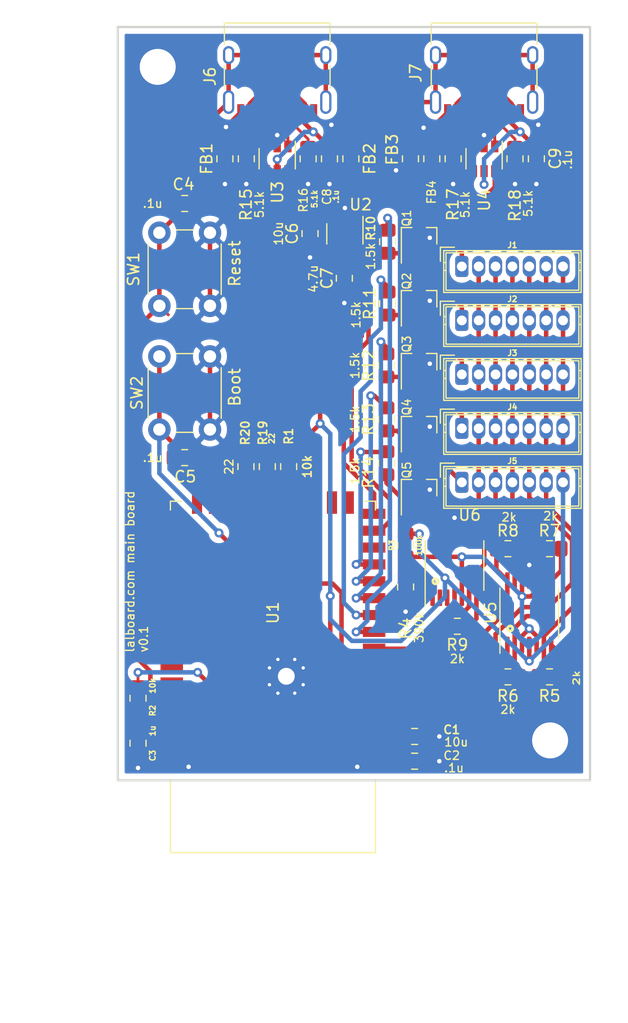
<source format=kicad_pcb>
(kicad_pcb (version 20171130) (host pcbnew 5.1.6-c6e7f7d~86~ubuntu18.04.1)
  (layers (0 F.Cu signal) (31 B.Cu signal hide) (34 B.Paste user hide) (35 F.Paste user) (36 B.SilkS user hide) (37 F.SilkS user) (38 B.Mask user hide) (39 F.Mask user) (44 Edge.Cuts user))
  (net 0 "")
  (net 1 GND)
  (net 2 +3V3)
  (net 3 /CHIP_PU)
  (net 4 /GPIO_0)
  (net 5 +5V)
  (net 6 "Net-(FB1-Pad1)")
  (net 7 "Net-(FB3-Pad1)")
  (net 8 /COL5)
  (net 9 /COL4)
  (net 10 /COL3)
  (net 11 /COL2)
  (net 12 /COL1)
  (net 13 "Net-(Q1-Pad1)")
  (net 14 "Net-(Q2-Pad1)")
  (net 15 "Net-(Q3-Pad1)")
  (net 16 "Net-(Q4-Pad1)")
  (net 17 "Net-(Q5-Pad1)")
  (net 18 "Net-(R1-Pad1)")
  (net 19 "Net-(J6-PadB5)")
  (net 20 "Net-(J6-PadA5)")
  (net 21 "Net-(J7-PadB5)")
  (net 22 "Net-(J7-PadA5)")
  (net 23 "Net-(U1-Pad40)")
  (net 24 "Net-(U1-Pad39)")
  (net 25 "Net-(U1-Pad38)")
  (net 26 "Net-(U1-Pad37)")
  (net 27 "Net-(U1-Pad36)")
  (net 28 "Net-(U1-Pad35)")
  (net 29 "Net-(U1-Pad34)")
  (net 30 "Net-(U1-Pad33)")
  (net 31 "Net-(U1-Pad32)")
  (net 32 "Net-(U1-Pad31)")
  (net 33 "Net-(U1-Pad30)")
  (net 34 "Net-(U1-Pad29)")
  (net 35 "Net-(U1-Pad28)")
  (net 36 "Net-(U1-Pad27)")
  (net 37 "Net-(U1-Pad26)")
  (net 38 "Net-(U1-Pad25)")
  (net 39 "Net-(U1-Pad24)")
  (net 40 /D+)
  (net 41 /D-)
  (net 42 "Net-(U1-Pad20)")
  (net 43 "Net-(U1-Pad19)")
  (net 44 "Net-(U1-Pad18)")
  (net 45 "Net-(U1-Pad17)")
  (net 46 /U1TX)
  (net 47 /U1RX)
  (net 48 "Net-(U1-Pad14)")
  (net 49 "Net-(U2-Pad4)")
  (net 50 /RD-)
  (net 51 /RD+)
  (net 52 /U1RX_raw)
  (net 53 /U1TX_raw)
  (net 54 "Net-(J6-PadB8)")
  (net 55 "Net-(J6-PadA8)")
  (net 56 "Net-(J7-PadB8)")
  (net 57 "Net-(J7-PadA8)")
  (net 58 "Net-(C8-Pad1)")
  (net 59 "Net-(C9-Pad1)")
  (net 60 /ROW5)
  (net 61 /ROW4)
  (net 62 /ROW3)
  (net 63 /ROW2)
  (net 64 /ROW1)
  (net 65 /AMP_REF)
  (net 66 /COL1_AMP)
  (net 67 /COL2_AMP)
  (net 68 /COL3_AMP)
  (net 69 /COL4_AMP)
  (net 70 /COL5_AMP)
  (net 71 "Net-(R19-Pad1)")
  (net 72 "Net-(R20-Pad1)")
  (net 73 "Net-(J1-Pad1)")
  (net 74 "Net-(J2-Pad1)")
  (net 75 "Net-(J3-Pad1)")
  (net 76 "Net-(J4-Pad1)")
  (net 77 "Net-(J5-Pad1)")
  (module lalboard:TSSOP-14_4.4x5mm_P0.65mm (layer F.Cu) (at 179.95 80.9 90)
    (fp_text reference U6 (at 4.5 1.35 180) (layer F.SilkS))
    (fp_text value LMV324)
    (pad 14 smd roundrect (at 2.8625 -1.95 90) (size 1.475 0.4) (layers F.Cu F.Paste F.Mask))
    (pad 13 smd roundrect (at 2.8625 -1.3 90) (size 1.475 0.4) (layers F.Cu F.Paste F.Mask))
    (pad 12 smd roundrect (at 2.8625 -0.65 90) (size 1.475 0.4) (layers F.Cu F.Paste F.Mask))
    (pad 11 smd roundrect (at 2.8625 0 90) (size 1.475 0.4) (layers F.Cu F.Paste F.Mask) (net 1 GND))
    (pad 10 smd roundrect (at 2.8625 0.65 90) (size 1.475 0.4) (layers F.Cu F.Paste F.Mask))
    (pad 9 smd roundrect (at 2.8625 1.3 90) (size 1.475 0.4) (layers F.Cu F.Paste F.Mask))
    (pad 8 smd roundrect (at 2.8625 1.95 90) (size 1.475 0.4) (layers F.Cu F.Paste F.Mask))
    (pad 7 smd roundrect (at -2.8625 1.95 90) (size 1.475 0.4) (layers F.Cu F.Paste F.Mask) (net 70 /COL5_AMP))
    (pad 6 smd roundrect (at -2.8625 1.3 90) (size 1.475 0.4) (layers F.Cu F.Paste F.Mask) (net 8 /COL5))
    (pad 5 smd roundrect (at -2.8625 0.65 90) (size 1.475 0.4) (layers F.Cu F.Paste F.Mask) (net 65 /AMP_REF))
    (pad 4 smd roundrect (at -2.8625 0 90) (size 1.475 0.4) (layers F.Cu F.Paste F.Mask) (net 2 +3V3))
    (pad 3 smd roundrect (at -2.8625 -0.65 90) (size 1.475 0.4) (layers F.Cu F.Paste F.Mask))
    (pad 2 smd roundrect (at -2.8625 -1.3 90) (size 1.475 0.4) (layers F.Cu F.Paste F.Mask))
    (pad 1 smd roundrect (at -2.8625 -1.95 90) (size 1.475 0.4) (layers F.Cu F.Paste F.Mask))
  )
  (module lalboard:TSSOP-14_4.4x5mm_P0.65mm (layer F.Cu) (at 186.6 85.1 90)
    (fp_text reference U5 (at 0 -3.45 90) (layer F.SilkS))
    (fp_text value LMV324)
    (pad 14 smd roundrect (at 2.8625 -1.95 90) (size 1.475 0.4) (layers F.Cu F.Paste F.Mask) (net 69 /COL4_AMP))
    (pad 13 smd roundrect (at 2.8625 -1.3 90) (size 1.475 0.4) (layers F.Cu F.Paste F.Mask) (net 9 /COL4))
    (pad 12 smd roundrect (at 2.8625 -0.65 90) (size 1.475 0.4) (layers F.Cu F.Paste F.Mask) (net 65 /AMP_REF))
    (pad 11 smd roundrect (at 2.8625 0 90) (size 1.475 0.4) (layers F.Cu F.Paste F.Mask) (net 1 GND))
    (pad 10 smd roundrect (at 2.8625 0.65 90) (size 1.475 0.4) (layers F.Cu F.Paste F.Mask) (net 65 /AMP_REF))
    (pad 9 smd roundrect (at 2.8625 1.3 90) (size 1.475 0.4) (layers F.Cu F.Paste F.Mask) (net 10 /COL3))
    (pad 8 smd roundrect (at 2.8625 1.95 90) (size 1.475 0.4) (layers F.Cu F.Paste F.Mask) (net 68 /COL3_AMP))
    (pad 7 smd roundrect (at -2.8625 1.95 90) (size 1.475 0.4) (layers F.Cu F.Paste F.Mask) (net 66 /COL1_AMP))
    (pad 6 smd roundrect (at -2.8625 1.3 90) (size 1.475 0.4) (layers F.Cu F.Paste F.Mask) (net 12 /COL1))
    (pad 5 smd roundrect (at -2.8625 0.65 90) (size 1.475 0.4) (layers F.Cu F.Paste F.Mask) (net 65 /AMP_REF))
    (pad 4 smd roundrect (at -2.8625 0 90) (size 1.475 0.4) (layers F.Cu F.Paste F.Mask) (net 2 +3V3))
    (pad 3 smd roundrect (at -2.8625 -0.65 90) (size 1.475 0.4) (layers F.Cu F.Paste F.Mask) (net 65 /AMP_REF))
    (pad 2 smd roundrect (at -2.8625 -1.3 90) (size 1.475 0.4) (layers F.Cu F.Paste F.Mask) (net 11 /COL2))
    (pad 1 smd roundrect (at -2.8625 -1.95 90) (size 1.475 0.4) (layers F.Cu F.Paste F.Mask) (net 67 /COL2_AMP))
  )
  (module Button_Switch_THT:SW_PUSH_6mm_H5mm (layer F.Cu) (at 153.7 68.8 90)
    (fp_text reference SW2 (at 3.249999 -2 90) (layer F.SilkS))
    (fp_text value Boot (at 3.75 6.7 90) (layer F.SilkS))
    (pad 2 thru_hole circle (at 0 4.5 180) (size 2 2) (drill 1.1) (layers *.Cu *.Mask) (net 1 GND))
    (pad 1 thru_hole circle (at 0 0 180) (size 2 2) (drill 1.1) (layers *.Cu *.Mask) (net 4 /GPIO_0))
    (pad 2 thru_hole circle (at 6.5 4.5 180) (size 2 2) (drill 1.1) (layers *.Cu *.Mask) (net 1 GND))
    (pad 1 thru_hole circle (at 6.5 0 90) (size 2 2) (drill 1.1) (layers *.Cu *.Mask) (net 4 /GPIO_0))
  )
  (module Capacitor_SMD:C_0805_2012Metric_Pad1.15x1.40mm_HandSolder (layer F.Cu) (at 155.95 71.3)
    (fp_text reference C5 (at 0.05 1.7) (layer F.SilkS))
    (fp_text value .1u (at -2.85 0) (layer F.SilkS) (effects (font (size 0.75 0.75) (thickness 0.125))))
    (pad 1 smd roundrect (at -1.025 0) (size 1.15 1.4) (layers F.Cu F.Paste F.Mask) (roundrect_rratio 0.217391) (net 4 /GPIO_0))
    (pad 2 smd roundrect (at 1.025 0) (size 1.15 1.4) (layers F.Cu F.Paste F.Mask) (roundrect_rratio 0.217391) (net 1 GND))
  )
  (module lalboard:ESP32-S2-WROOM-handsoldering (layer F.Cu) (at 163.8 85.06 180)
    (fp_text reference U1 (at 0 -0.04 90) (layer F.SilkS))
    (fp_text value esp32-s2-wroom)
    (pad 42 smd rect (at 9 -13.74) (size 2 0.9) (layers F.Cu F.Paste F.Mask) (net 1 GND))
    (pad 41 smd rect (at 9 -12.24) (size 2 0.9) (layers F.Cu F.Paste F.Mask) (net 3 /CHIP_PU))
    (pad 40 smd rect (at 9 -10.74) (size 2 0.9) (layers F.Cu F.Paste F.Mask) (net 23 "Net-(U1-Pad40)"))
    (pad 39 smd rect (at 9 -9.24) (size 2 0.9) (layers F.Cu F.Paste F.Mask) (net 24 "Net-(U1-Pad39)"))
    (pad 38 smd rect (at 9 -7.74) (size 2 0.9) (layers F.Cu F.Paste F.Mask) (net 25 "Net-(U1-Pad38)"))
    (pad 37 smd rect (at 9 -6.24) (size 2 0.9) (layers F.Cu F.Paste F.Mask) (net 26 "Net-(U1-Pad37)"))
    (pad 36 smd rect (at 9 -4.74) (size 2 0.9) (layers F.Cu F.Paste F.Mask) (net 27 "Net-(U1-Pad36)"))
    (pad 35 smd rect (at 9 -3.24) (size 2 0.9) (layers F.Cu F.Paste F.Mask) (net 28 "Net-(U1-Pad35)"))
    (pad 34 smd rect (at 9 -1.74) (size 2 0.9) (layers F.Cu F.Paste F.Mask) (net 29 "Net-(U1-Pad34)"))
    (pad 33 smd rect (at 9 -0.24) (size 2 0.9) (layers F.Cu F.Paste F.Mask) (net 30 "Net-(U1-Pad33)"))
    (pad 32 smd rect (at 9 1.26) (size 2 0.9) (layers F.Cu F.Paste F.Mask) (net 31 "Net-(U1-Pad32)"))
    (pad 31 smd rect (at 9 2.76) (size 2 0.9) (layers F.Cu F.Paste F.Mask) (net 32 "Net-(U1-Pad31)"))
    (pad 30 smd rect (at 9 4.26) (size 2 0.9) (layers F.Cu F.Paste F.Mask) (net 33 "Net-(U1-Pad30)"))
    (pad 29 smd rect (at 9 5.76) (size 2 0.9) (layers F.Cu F.Paste F.Mask) (net 34 "Net-(U1-Pad29)"))
    (pad 28 smd rect (at 9 7.26) (size 2 0.9) (layers F.Cu F.Paste F.Mask) (net 35 "Net-(U1-Pad28)"))
    (pad 26 smd rect (at 6.75 9.76 90) (size 2 0.9) (layers F.Cu F.Paste F.Mask) (net 37 "Net-(U1-Pad26)"))
    (pad 25 smd rect (at 5.25 9.76 90) (size 2 0.9) (layers F.Cu F.Paste F.Mask) (net 38 "Net-(U1-Pad25)"))
    (pad 24 smd rect (at 3.75 9.76 90) (size 2 0.9) (layers F.Cu F.Paste F.Mask) (net 39 "Net-(U1-Pad24)"))
    (pad 23 smd rect (at 2.25 9.76 90) (size 2 0.9) (layers F.Cu F.Paste F.Mask) (net 72 "Net-(R20-Pad1)"))
    (pad 22 smd rect (at 0.75 9.76 90) (size 2 0.9) (layers F.Cu F.Paste F.Mask) (net 71 "Net-(R19-Pad1)"))
    (pad 21 smd rect (at -0.75 9.76 90) (size 2 0.9) (layers F.Cu F.Paste F.Mask) (net 18 "Net-(R1-Pad1)"))
    (pad 20 smd rect (at -2.25 9.76 90) (size 2 0.9) (layers F.Cu F.Paste F.Mask) (net 42 "Net-(U1-Pad20)"))
    (pad 19 smd rect (at -3.75 9.76 90) (size 2 0.9) (layers F.Cu F.Paste F.Mask) (net 43 "Net-(U1-Pad19)"))
    (pad 18 smd rect (at -5.25 9.76 90) (size 2 0.9) (layers F.Cu F.Paste F.Mask) (net 44 "Net-(U1-Pad18)"))
    (pad 16 smd rect (at -9 8.76) (size 2 0.9) (layers F.Cu F.Paste F.Mask) (net 46 /U1TX))
    (pad 15 smd rect (at -9 7.26) (size 2 0.9) (layers F.Cu F.Paste F.Mask) (net 47 /U1RX))
    (pad 14 smd rect (at -9 5.76) (size 2 0.9) (layers F.Cu F.Paste F.Mask) (net 48 "Net-(U1-Pad14)"))
    (pad 13 smd rect (at -9 4.26) (size 2 0.9) (layers F.Cu F.Paste F.Mask) (net 64 /ROW1))
    (pad 12 smd rect (at -9 2.76) (size 2 0.9) (layers F.Cu F.Paste F.Mask) (net 63 /ROW2))
    (pad 11 smd rect (at -9 1.26) (size 2 0.9) (layers F.Cu F.Paste F.Mask) (net 62 /ROW3))
    (pad 10 smd rect (at -9 -0.24) (size 2 0.9) (layers F.Cu F.Paste F.Mask) (net 61 /ROW4))
    (pad 9 smd rect (at -9 -1.74) (size 2 0.9) (layers F.Cu F.Paste F.Mask) (net 60 /ROW5))
    (pad 8 smd rect (at -9 -3.24) (size 2 0.9) (layers F.Cu F.Paste F.Mask) (net 70 /COL5_AMP))
    (pad 7 smd rect (at -9 -4.74) (size 2 0.9) (layers F.Cu F.Paste F.Mask) (net 69 /COL4_AMP))
    (pad 6 smd rect (at -9 -6.24) (size 2 0.9) (layers F.Cu F.Paste F.Mask) (net 68 /COL3_AMP))
    (pad 5 smd rect (at -9 -7.74) (size 2 0.9) (layers F.Cu F.Paste F.Mask) (net 67 /COL2_AMP))
    (pad 4 smd rect (at -9 -9.24) (size 2 0.9) (layers F.Cu F.Paste F.Mask) (net 66 /COL1_AMP))
    (pad 3 smd rect (at -9 -10.74) (size 2 0.9) (layers F.Cu F.Paste F.Mask) (net 4 /GPIO_0))
    (pad 2 smd rect (at -9 -12.24) (size 2 0.9) (layers F.Cu F.Paste F.Mask) (net 2 +3V3))
    (pad 1 smd rect (at -9 -13.74) (size 2 0.9) (layers F.Cu F.Paste F.Mask) (net 1 GND))
    (pad 43 thru_hole circle (at 0.31 -4.94) (size 0.5 0.5) (drill 0.3) (layers *.Cu *.Mask) (net 1 GND))
    (pad 43 thru_hole circle (at -2.69 -4.94) (size 0.5 0.5) (drill 0.3) (layers *.Cu *.Mask) (net 1 GND))
    (pad 43 thru_hole circle (at 0.31 -6.44) (size 0.5 0.5) (drill 0.3) (layers *.Cu *.Mask) (net 1 GND))
    (pad 43 thru_hole circle (at -2.69 -6.44) (size 0.5 0.5) (drill 0.3) (layers *.Cu *.Mask) (net 1 GND))
    (pad 43 thru_hole circle (at -0.44 -4.19) (size 0.5 0.5) (drill 0.3) (layers *.Cu *.Mask) (net 1 GND))
    (pad 43 thru_hole circle (at -1.94 -4.19) (size 0.5 0.5) (drill 0.3) (layers *.Cu *.Mask) (net 1 GND))
    (pad 43 thru_hole circle (at -0.44 -7.19) (size 0.5 0.5) (drill 0.3) (layers *.Cu *.Mask) (net 1 GND))
    (pad 43 thru_hole circle (at -1.94 -7.19) (size 0.5 0.5) (drill 0.3) (layers *.Cu *.Mask) (net 1 GND))
    (pad 43 thru_hole circle (at -1.19 -5.69) (size 1.7 1.7) (drill 1.5) (layers *.Cu *.Mask) (net 1 GND))
    (pad 43 smd rect (at -1.19 -5.69) (size 4.1 4.1) (layers F.Cu F.Paste F.Mask) (net 1 GND))
    (pad 27 smd rect (at 9 8.76) (size 2 0.9) (layers F.Cu F.Paste F.Mask) (net 36 "Net-(U1-Pad27)"))
    (pad 17 smd rect (at -6.75 9.76 90) (size 2 0.9) (layers F.Cu F.Paste F.Mask) (net 45 "Net-(U1-Pad17)"))
  )
  (module Package_TO_SOT_SMD:SOT-23_Handsoldering (layer F.Cu) (at 176.8 74 90)
    (fp_text reference Q5 (at 1.6 -1.1 90) (layer F.SilkS) (effects (font (size 0.75 0.75) (thickness 0.125))))
    (fp_text value Q_NPN_BEC)
    (pad 3 smd rect (at 1.5 0 90) (size 1.9 0.8) (layers F.Cu F.Paste F.Mask) (net 77 "Net-(J5-Pad1)"))
    (pad 2 smd rect (at -1.5 0.95 90) (size 1.9 0.8) (layers F.Cu F.Paste F.Mask) (net 1 GND))
    (pad 1 smd rect (at -1.5 -0.95 90) (size 1.9 0.8) (layers F.Cu F.Paste F.Mask) (net 17 "Net-(Q5-Pad1)"))
  )
  (module MountingHole:MountingHole_3.2mm_M3_DIN965_Pad (layer F.Cu) (at 153.55 36.549999)
    (fp_text reference H2)
    (fp_text value MountingHole_Pad)
    (pad 1 thru_hole circle (at 0 0) (size 5.6 5.6) (drill 3.2) (layers *.Cu *.Mask) (net 1 GND))
  )
  (module MountingHole:MountingHole_3.2mm_M3_DIN965_Pad (layer F.Cu) (at 188.45 96.45)
    (fp_text reference H1)
    (fp_text value MountingHole_Pad)
    (pad 1 thru_hole circle (at 0 0) (size 5.6 5.6) (drill 3.2) (layers *.Cu *.Mask) (net 1 GND))
  )
  (module Resistor_SMD:R_0805_2012Metric_Pad1.15x1.40mm_HandSolder (layer F.Cu) (at 180.2 86.3 180)
    (fp_text reference R9 (at 0 -1.65) (layer F.SilkS))
    (fp_text value 2k (at 0 -2.9) (layer F.SilkS) (effects (font (size 0.75 0.75) (thickness 0.125))))
    (pad 2 smd roundrect (at 1.025 0 180) (size 1.15 1.4) (layers F.Cu F.Paste F.Mask) (roundrect_rratio 0.217391) (net 8 /COL5))
    (pad 1 smd roundrect (at -1.025 0 180) (size 1.15 1.4) (layers F.Cu F.Paste F.Mask) (roundrect_rratio 0.217391) (net 70 /COL5_AMP))
  )
  (module Resistor_SMD:R_0805_2012Metric_Pad1.15x1.40mm_HandSolder (layer F.Cu) (at 188.4 79.4 180)
    (fp_text reference R7 (at 0 1.6) (layer F.SilkS))
    (fp_text value 2k (at -0.1 2.9) (layer F.SilkS) (effects (font (size 0.75 0.75) (thickness 0.125))))
    (pad 2 smd roundrect (at 1.025 0 180) (size 1.15 1.4) (layers F.Cu F.Paste F.Mask) (roundrect_rratio 0.217391) (net 10 /COL3))
    (pad 1 smd roundrect (at -1.025 0 180) (size 1.15 1.4) (layers F.Cu F.Paste F.Mask) (roundrect_rratio 0.217391) (net 68 /COL3_AMP))
  )
  (module Resistor_SMD:R_0805_2012Metric_Pad1.15x1.40mm_HandSolder (layer F.Cu) (at 184.7 79.4)
    (fp_text reference R8 (at 0 -1.6) (layer F.SilkS))
    (fp_text value 2k (at 0.1 -2.8) (layer F.SilkS) (effects (font (size 0.75 0.75) (thickness 0.125))))
    (pad 2 smd roundrect (at 1.025 0) (size 1.15 1.4) (layers F.Cu F.Paste F.Mask) (roundrect_rratio 0.217391) (net 9 /COL4))
    (pad 1 smd roundrect (at -1.025 0) (size 1.15 1.4) (layers F.Cu F.Paste F.Mask) (roundrect_rratio 0.217391) (net 69 /COL4_AMP))
  )
  (module Resistor_SMD:R_0805_2012Metric_Pad1.15x1.40mm_HandSolder (layer F.Cu) (at 184.7 90.8)
    (fp_text reference R6 (at 0 1.7) (layer F.SilkS))
    (fp_text value 2k (at 0 2.9) (layer F.SilkS) (effects (font (size 0.75 0.75) (thickness 0.125))))
    (pad 2 smd roundrect (at 1.025 0) (size 1.15 1.4) (layers F.Cu F.Paste F.Mask) (roundrect_rratio 0.217391) (net 11 /COL2))
    (pad 1 smd roundrect (at -1.025 0) (size 1.15 1.4) (layers F.Cu F.Paste F.Mask) (roundrect_rratio 0.217391) (net 67 /COL2_AMP))
  )
  (module Resistor_SMD:R_0805_2012Metric_Pad1.15x1.40mm_HandSolder (layer F.Cu) (at 188.4 90.8 180)
    (fp_text reference R5 (at 0 -1.7) (layer F.SilkS))
    (fp_text value 2k (at -2.4 -0.1 270) (layer F.SilkS) (effects (font (size 0.57 0.75) (thickness 0.125))))
    (pad 2 smd roundrect (at 1.025 0 180) (size 1.15 1.4) (layers F.Cu F.Paste F.Mask) (roundrect_rratio 0.217391) (net 12 /COL1))
    (pad 1 smd roundrect (at -1.025 0 180) (size 1.15 1.4) (layers F.Cu F.Paste F.Mask) (roundrect_rratio 0.217391) (net 66 /COL1_AMP))
  )
  (module Resistor_SMD:R_0805_2012Metric_Pad1.15x1.40mm_HandSolder (layer F.Cu) (at 175.6 82.8 270)
    (fp_text reference R4 (at 3.7 0 90) (layer F.SilkS))
    (fp_text value 390k (at 3.6 -1.2 90) (layer F.SilkS) (effects (font (size 0.75 0.75) (thickness 0.125))))
    (pad 2 smd roundrect (at 1.025 0 270) (size 1.15 1.4) (layers F.Cu F.Paste F.Mask) (roundrect_rratio 0.217391) (net 1 GND))
    (pad 1 smd roundrect (at -1.025 0 270) (size 1.15 1.4) (layers F.Cu F.Paste F.Mask) (roundrect_rratio 0.217391) (net 65 /AMP_REF))
  )
  (module Resistor_SMD:R_0805_2012Metric_Pad1.15x1.40mm_HandSolder (layer F.Cu) (at 175.6 79.1 270)
    (fp_text reference R3 (at 0 1.2 90) (layer F.SilkS) (effects (font (size 0.5 0.5) (thickness 0.125))))
    (fp_text value 100k (at 0 -1.2 90) (layer F.SilkS) (effects (font (size 0.5 0.5) (thickness 0.125))))
    (pad 2 smd roundrect (at 1.025 0 270) (size 1.15 1.4) (layers F.Cu F.Paste F.Mask) (roundrect_rratio 0.217391) (net 65 /AMP_REF))
    (pad 1 smd roundrect (at -1.025 0 270) (size 1.15 1.4) (layers F.Cu F.Paste F.Mask) (roundrect_rratio 0.217391) (net 2 +3V3))
  )
  (module Resistor_SMD:R_0805_2012Metric_Pad1.15x1.40mm_HandSolder (layer F.Cu) (at 173.9 71.8 90)
    (fp_text reference R14 (at -0.8 -1.6 90) (layer F.SilkS))
    (fp_text value 1.5k (at -0.7 -2.8 90) (layer F.SilkS) (effects (font (size 0.75 0.75) (thickness 0.125))))
    (pad 2 smd roundrect (at 1.025 0 90) (size 1.15 1.4) (layers F.Cu F.Paste F.Mask) (roundrect_rratio 0.217391) (net 64 /ROW1))
    (pad 1 smd roundrect (at -1.025 0 90) (size 1.15 1.4) (layers F.Cu F.Paste F.Mask) (roundrect_rratio 0.217391) (net 17 "Net-(Q5-Pad1)"))
  )
  (module Resistor_SMD:R_0805_2012Metric_Pad1.15x1.40mm_HandSolder (layer F.Cu) (at 173.9 67.9 90)
    (fp_text reference R13 (at 0 -1.6 90) (layer F.SilkS))
    (fp_text value 1.5k (at 0 -2.8 90) (layer F.SilkS) (effects (font (size 0.75 0.75) (thickness 0.125))))
    (pad 2 smd roundrect (at 1.025 0 90) (size 1.15 1.4) (layers F.Cu F.Paste F.Mask) (roundrect_rratio 0.217391) (net 63 /ROW2))
    (pad 1 smd roundrect (at -1.025 0 90) (size 1.15 1.4) (layers F.Cu F.Paste F.Mask) (roundrect_rratio 0.217391) (net 16 "Net-(Q4-Pad1)"))
  )
  (module Resistor_SMD:R_0805_2012Metric_Pad1.15x1.40mm_HandSolder (layer F.Cu) (at 173.9 63.1 90)
    (fp_text reference R12 (at 0 -1.6 90) (layer F.SilkS))
    (fp_text value 1.5k (at 0 -2.8 90) (layer F.SilkS) (effects (font (size 0.75 0.75) (thickness 0.125))))
    (pad 2 smd roundrect (at 1.025 0 90) (size 1.15 1.4) (layers F.Cu F.Paste F.Mask) (roundrect_rratio 0.217391) (net 62 /ROW3))
    (pad 1 smd roundrect (at -1.025 0 90) (size 1.15 1.4) (layers F.Cu F.Paste F.Mask) (roundrect_rratio 0.217391) (net 15 "Net-(Q3-Pad1)"))
  )
  (module Resistor_SMD:R_0805_2012Metric_Pad1.15x1.40mm_HandSolder (layer F.Cu) (at 174 57.6 90)
    (fp_text reference R11 (at 0 -1.6 90) (layer F.SilkS))
    (fp_text value 1.5k (at -1 -2.8 90) (layer F.SilkS) (effects (font (size 0.75 0.75) (thickness 0.125))))
    (pad 2 smd roundrect (at 1.025 0 90) (size 1.15 1.4) (layers F.Cu F.Paste F.Mask) (roundrect_rratio 0.217391) (net 61 /ROW4))
    (pad 1 smd roundrect (at -1.025 0 90) (size 1.15 1.4) (layers F.Cu F.Paste F.Mask) (roundrect_rratio 0.217391) (net 14 "Net-(Q2-Pad1)"))
  )
  (module Resistor_SMD:R_0805_2012Metric_Pad1.15x1.40mm_HandSolder (layer F.Cu) (at 174 52.1 90)
    (fp_text reference R10 (at 1.2 -1.5 90) (layer F.SilkS) (effects (font (size 0.75 0.75))))
    (fp_text value 1.5k (at -1.3 -1.5 90) (layer F.SilkS) (effects (font (size 0.75 0.75) (thickness 0.125))))
    (pad 2 smd roundrect (at 1.025 0 90) (size 1.15 1.4) (layers F.Cu F.Paste F.Mask) (roundrect_rratio 0.217391) (net 60 /ROW5))
    (pad 1 smd roundrect (at -1.025 0 90) (size 1.15 1.4) (layers F.Cu F.Paste F.Mask) (roundrect_rratio 0.217391) (net 13 "Net-(Q1-Pad1)"))
  )
  (module Resistor_SMD:R_0805_2012Metric_Pad1.15x1.40mm_HandSolder (layer F.Cu) (at 161.4 72.1 90)
    (fp_text reference R20 (at 3 -0.06 90) (layer F.SilkS) (effects (font (size 0.75 0.75))))
    (fp_text value 22 (at 0 -1.5 90) (layer F.SilkS) (effects (font (size 0.75 0.75) (thickness 0.125))))
    (pad 2 smd roundrect (at 1.025 0 90) (size 1.15 1.4) (layers F.Cu F.Paste F.Mask) (roundrect_rratio 0.217391) (net 40 /D+))
    (pad 1 smd roundrect (at -1.025 0 90) (size 1.15 1.4) (layers F.Cu F.Paste F.Mask) (roundrect_rratio 0.217391) (net 72 "Net-(R20-Pad1)"))
  )
  (module Resistor_SMD:R_0805_2012Metric_Pad1.15x1.40mm_HandSolder (layer F.Cu) (at 163.3 72.1 90)
    (fp_text reference R19 (at 3 -0.4 90) (layer F.SilkS) (effects (font (size 0.75 0.75))))
    (fp_text value 22 (at 2.5 0.4 90) (layer F.SilkS) (effects (font (size 0.5 0.5) (thickness 0.125))))
    (pad 2 smd roundrect (at 1.025 0 90) (size 1.15 1.4) (layers F.Cu F.Paste F.Mask) (roundrect_rratio 0.217391) (net 41 /D-))
    (pad 1 smd roundrect (at -1.025 0 90) (size 1.15 1.4) (layers F.Cu F.Paste F.Mask) (roundrect_rratio 0.217391) (net 71 "Net-(R19-Pad1)"))
  )
  (module Connector_USB:USB_C_Receptacle_HRO_TYPE-C-31-M-12 (layer F.Cu) (at 182.58 36.55 180)
    (fp_text reference J7 (at 6.08 -0.55 90) (layer F.SilkS))
    (fp_text value TYPE-C-31-M-12)
    (pad B1 smd rect (at 3.25 -4.045 180) (size 0.6 1.45) (layers F.Cu F.Paste F.Mask) (net 1 GND))
    (pad A9 smd rect (at 2.45 -4.045 180) (size 0.6 1.45) (layers F.Cu F.Paste F.Mask) (net 59 "Net-(C9-Pad1)"))
    (pad B9 smd rect (at -2.45 -4.045 180) (size 0.6 1.45) (layers F.Cu F.Paste F.Mask) (net 59 "Net-(C9-Pad1)"))
    (pad B12 smd rect (at -3.25 -4.045 180) (size 0.6 1.45) (layers F.Cu F.Paste F.Mask) (net 1 GND))
    (pad A1 smd rect (at -3.25 -4.045 180) (size 0.6 1.45) (layers F.Cu F.Paste F.Mask) (net 1 GND))
    (pad A4 smd rect (at -2.45 -4.045 180) (size 0.6 1.45) (layers F.Cu F.Paste F.Mask) (net 59 "Net-(C9-Pad1)"))
    (pad B4 smd rect (at 2.45 -4.045 180) (size 0.6 1.45) (layers F.Cu F.Paste F.Mask) (net 59 "Net-(C9-Pad1)"))
    (pad A12 smd rect (at 3.25 -4.045 180) (size 0.6 1.45) (layers F.Cu F.Paste F.Mask) (net 1 GND))
    (pad B8 smd rect (at -1.75 -4.045 180) (size 0.3 1.45) (layers F.Cu F.Paste F.Mask) (net 56 "Net-(J7-PadB8)"))
    (pad A5 smd rect (at -1.25 -4.045 180) (size 0.3 1.45) (layers F.Cu F.Paste F.Mask) (net 22 "Net-(J7-PadA5)"))
    (pad B7 smd rect (at -0.75 -4.045 180) (size 0.3 1.45) (layers F.Cu F.Paste F.Mask) (net 52 /U1RX_raw))
    (pad A7 smd rect (at 0.25 -4.045 180) (size 0.3 1.45) (layers F.Cu F.Paste F.Mask) (net 52 /U1RX_raw))
    (pad B6 smd rect (at 0.75 -4.045 180) (size 0.3 1.45) (layers F.Cu F.Paste F.Mask) (net 53 /U1TX_raw))
    (pad A8 smd rect (at 1.25 -4.045 180) (size 0.3 1.45) (layers F.Cu F.Paste F.Mask) (net 57 "Net-(J7-PadA8)"))
    (pad B5 smd rect (at 1.75 -4.045 180) (size 0.3 1.45) (layers F.Cu F.Paste F.Mask) (net 21 "Net-(J7-PadB5)"))
    (pad A6 smd rect (at -0.25 -4.045 180) (size 0.3 1.45) (layers F.Cu F.Paste F.Mask) (net 53 /U1TX_raw))
    (pad S1 thru_hole oval (at 4.32 -3.13 180) (size 1 2.1) (drill oval 0.6 1.7) (layers *.Cu *.Mask) (net 7 "Net-(FB3-Pad1)"))
    (pad S1 thru_hole oval (at -4.32 -3.13 180) (size 1 2.1) (drill oval 0.6 1.7) (layers *.Cu *.Mask) (net 7 "Net-(FB3-Pad1)"))
    (pad "" np_thru_hole circle (at -2.89 -2.6 180) (size 0.65 0.65) (drill 0.65) (layers *.Cu *.Mask))
    (pad S1 thru_hole oval (at -4.32 1.05 180) (size 1 1.6) (drill oval 0.6 1.2) (layers *.Cu *.Mask) (net 7 "Net-(FB3-Pad1)"))
    (pad "" np_thru_hole circle (at 2.89 -2.6 180) (size 0.65 0.65) (drill 0.65) (layers *.Cu *.Mask))
    (pad S1 thru_hole oval (at 4.32 1.05 180) (size 1 1.6) (drill oval 0.6 1.2) (layers *.Cu *.Mask) (net 7 "Net-(FB3-Pad1)"))
  )
  (module Connector_USB:USB_C_Receptacle_HRO_TYPE-C-31-M-12 (layer F.Cu) (at 164.18 36.55 180)
    (fp_text reference J6 (at 5.98 -0.85 90) (layer F.SilkS))
    (fp_text value TYPE-C-31-M-12)
    (pad B1 smd rect (at 3.25 -4.045 180) (size 0.6 1.45) (layers F.Cu F.Paste F.Mask) (net 1 GND))
    (pad A9 smd rect (at 2.45 -4.045 180) (size 0.6 1.45) (layers F.Cu F.Paste F.Mask) (net 58 "Net-(C8-Pad1)"))
    (pad B9 smd rect (at -2.45 -4.045 180) (size 0.6 1.45) (layers F.Cu F.Paste F.Mask) (net 58 "Net-(C8-Pad1)"))
    (pad B12 smd rect (at -3.25 -4.045 180) (size 0.6 1.45) (layers F.Cu F.Paste F.Mask) (net 1 GND))
    (pad A1 smd rect (at -3.25 -4.045 180) (size 0.6 1.45) (layers F.Cu F.Paste F.Mask) (net 1 GND))
    (pad A4 smd rect (at -2.45 -4.045 180) (size 0.6 1.45) (layers F.Cu F.Paste F.Mask) (net 58 "Net-(C8-Pad1)"))
    (pad B4 smd rect (at 2.45 -4.045 180) (size 0.6 1.45) (layers F.Cu F.Paste F.Mask) (net 58 "Net-(C8-Pad1)"))
    (pad A12 smd rect (at 3.25 -4.045 180) (size 0.6 1.45) (layers F.Cu F.Paste F.Mask) (net 1 GND))
    (pad B8 smd rect (at -1.75 -4.045 180) (size 0.3 1.45) (layers F.Cu F.Paste F.Mask) (net 54 "Net-(J6-PadB8)"))
    (pad A5 smd rect (at -1.25 -4.045 180) (size 0.3 1.45) (layers F.Cu F.Paste F.Mask) (net 20 "Net-(J6-PadA5)"))
    (pad B7 smd rect (at -0.75 -4.045 180) (size 0.3 1.45) (layers F.Cu F.Paste F.Mask) (net 50 /RD-))
    (pad A7 smd rect (at 0.25 -4.045 180) (size 0.3 1.45) (layers F.Cu F.Paste F.Mask) (net 50 /RD-))
    (pad B6 smd rect (at 0.75 -4.045 180) (size 0.3 1.45) (layers F.Cu F.Paste F.Mask) (net 51 /RD+))
    (pad A8 smd rect (at 1.25 -4.045 180) (size 0.3 1.45) (layers F.Cu F.Paste F.Mask) (net 55 "Net-(J6-PadA8)"))
    (pad B5 smd rect (at 1.75 -4.045 180) (size 0.3 1.45) (layers F.Cu F.Paste F.Mask) (net 19 "Net-(J6-PadB5)"))
    (pad A6 smd rect (at -0.25 -4.045 180) (size 0.3 1.45) (layers F.Cu F.Paste F.Mask) (net 51 /RD+))
    (pad S1 thru_hole oval (at 4.32 -3.13 180) (size 1 2.1) (drill oval 0.6 1.7) (layers *.Cu *.Mask) (net 6 "Net-(FB1-Pad1)"))
    (pad S1 thru_hole oval (at -4.32 -3.13 180) (size 1 2.1) (drill oval 0.6 1.7) (layers *.Cu *.Mask) (net 6 "Net-(FB1-Pad1)"))
    (pad "" np_thru_hole circle (at -2.89 -2.6 180) (size 0.65 0.65) (drill 0.65) (layers *.Cu *.Mask))
    (pad S1 thru_hole oval (at -4.32 1.05 180) (size 1 1.6) (drill oval 0.6 1.2) (layers *.Cu *.Mask) (net 6 "Net-(FB1-Pad1)"))
    (pad "" np_thru_hole circle (at 2.89 -2.6 180) (size 0.65 0.65) (drill 0.65) (layers *.Cu *.Mask))
    (pad S1 thru_hole oval (at 4.32 1.05 180) (size 1 1.6) (drill oval 0.6 1.2) (layers *.Cu *.Mask) (net 6 "Net-(FB1-Pad1)"))
  )
  (module Capacitor_SMD:C_0805_2012Metric_Pad1.15x1.40mm_HandSolder (layer F.Cu) (at 168.83 44.725 270)
    (fp_text reference C8 (at 3.375 0.23 90) (layer F.SilkS) (effects (font (size 0.75 0.75) (thickness 0.125))))
    (fp_text value .1u (at 3.375 -0.57 90) (layer F.SilkS) (effects (font (size 0.5 0.5) (thickness 0.125))))
    (pad 2 smd roundrect (at 1.025 0 270) (size 1.15 1.4) (layers F.Cu F.Paste F.Mask) (roundrect_rratio 0.217391) (net 1 GND))
    (pad 1 smd roundrect (at -1.025 0 270) (size 1.15 1.4) (layers F.Cu F.Paste F.Mask) (roundrect_rratio 0.217391) (net 58 "Net-(C8-Pad1)"))
  )
  (module Inductor_SMD:L_0805_2012Metric_Pad1.15x1.40mm_HandSolder (layer F.Cu) (at 159.53 44.725 270)
    (fp_text reference FB1 (at 0 1.63 90) (layer F.SilkS))
    (fp_text value ACML-0805-500-T)
    (pad 2 smd roundrect (at 1.025 0 270) (size 1.15 1.4) (layers F.Cu F.Paste F.Mask) (roundrect_rratio 0.217391) (net 1 GND))
    (pad 1 smd roundrect (at -1.025 0 270) (size 1.15 1.4) (layers F.Cu F.Paste F.Mask) (roundrect_rratio 0.217391) (net 6 "Net-(FB1-Pad1)"))
  )
  (module Inductor_SMD:L_0805_2012Metric_Pad1.15x1.40mm_HandSolder (layer F.Cu) (at 170.73 44.725 90)
    (fp_text reference FB2 (at 0 1.67 90) (layer F.SilkS))
    (fp_text value ACML-0805-500-T)
    (pad 2 smd roundrect (at 1.025 0 90) (size 1.15 1.4) (layers F.Cu F.Paste F.Mask) (roundrect_rratio 0.217391) (net 58 "Net-(C8-Pad1)"))
    (pad 1 smd roundrect (at -1.025 0 90) (size 1.15 1.4) (layers F.Cu F.Paste F.Mask) (roundrect_rratio 0.217391) (net 5 +5V))
  )
  (module Package_TO_SOT_SMD:SOT-23-6 (layer F.Cu) (at 164.18 44.72 270)
    (fp_text reference U3 (at 2.98 -0.02 90) (layer F.SilkS))
    (fp_text value USBLC6-2SC6)
    (pad 5 smd rect (at 1.1 0 270) (size 1.06 0.65) (layers F.Cu F.Paste F.Mask) (net 58 "Net-(C8-Pad1)"))
    (pad 6 smd rect (at 1.1 -0.95 270) (size 1.06 0.65) (layers F.Cu F.Paste F.Mask) (net 41 /D-))
    (pad 4 smd rect (at 1.1 0.95 270) (size 1.06 0.65) (layers F.Cu F.Paste F.Mask) (net 40 /D+))
    (pad 3 smd rect (at -1.1 0.95 270) (size 1.06 0.65) (layers F.Cu F.Paste F.Mask) (net 51 /RD+))
    (pad 2 smd rect (at -1.1 0 270) (size 1.06 0.65) (layers F.Cu F.Paste F.Mask) (net 1 GND))
    (pad 1 smd rect (at -1.1 -0.95 270) (size 1.06 0.65) (layers F.Cu F.Paste F.Mask) (net 50 /RD-))
  )
  (module Resistor_SMD:R_0805_2012Metric_Pad1.15x1.40mm_HandSolder (layer F.Cu) (at 161.43 44.725 270)
    (fp_text reference R15 (at 4.075 0.03 90) (layer F.SilkS))
    (fp_text value 5.1k (at 4.075 -1.17 90) (layer F.SilkS) (effects (font (size 0.75 0.75) (thickness 0.125))))
    (pad 2 smd roundrect (at 1.025 0 270) (size 1.15 1.4) (layers F.Cu F.Paste F.Mask) (roundrect_rratio 0.217391) (net 1 GND))
    (pad 1 smd roundrect (at -1.025 0 270) (size 1.15 1.4) (layers F.Cu F.Paste F.Mask) (roundrect_rratio 0.217391) (net 19 "Net-(J6-PadB5)"))
  )
  (module Resistor_SMD:R_0805_2012Metric_Pad1.15x1.40mm_HandSolder (layer F.Cu) (at 166.93 44.725 270)
    (fp_text reference R16 (at 3.675 0.43 90) (layer F.SilkS) (effects (font (size 0.75 0.75) (thickness 0.125))))
    (fp_text value 5.1k (at 3.575 -0.57 90) (layer F.SilkS) (effects (font (size 0.5 0.5) (thickness 0.125))))
    (pad 2 smd roundrect (at 1.025 0 270) (size 1.15 1.4) (layers F.Cu F.Paste F.Mask) (roundrect_rratio 0.217391) (net 1 GND))
    (pad 1 smd roundrect (at -1.025 0 270) (size 1.15 1.4) (layers F.Cu F.Paste F.Mask) (roundrect_rratio 0.217391) (net 20 "Net-(J6-PadA5)"))
  )
  (module Resistor_SMD:R_0805_2012Metric_Pad1.15x1.40mm_HandSolder (layer F.Cu) (at 185.33 44.725 270)
    (fp_text reference R18 (at 4.155 0.01 90) (layer F.SilkS))
    (fp_text value 5.1k (at 3.975 -1.17 90) (layer F.SilkS) (effects (font (size 0.75 0.75) (thickness 0.125))))
    (pad 2 smd roundrect (at 1.025 0 270) (size 1.15 1.4) (layers F.Cu F.Paste F.Mask) (roundrect_rratio 0.217391) (net 1 GND))
    (pad 1 smd roundrect (at -1.025 0 270) (size 1.15 1.4) (layers F.Cu F.Paste F.Mask) (roundrect_rratio 0.217391) (net 22 "Net-(J7-PadA5)"))
  )
  (module Resistor_SMD:R_0805_2012Metric_Pad1.15x1.40mm_HandSolder (layer F.Cu) (at 179.83 44.725 270)
    (fp_text reference R17 (at 4.075 0.03 90) (layer F.SilkS))
    (fp_text value 5.1k (at 4.075 -1.07 90) (layer F.SilkS) (effects (font (size 0.75 0.75) (thickness 0.125))))
    (pad 2 smd roundrect (at 1.025 0 270) (size 1.15 1.4) (layers F.Cu F.Paste F.Mask) (roundrect_rratio 0.217391) (net 1 GND))
    (pad 1 smd roundrect (at -1.025 0 270) (size 1.15 1.4) (layers F.Cu F.Paste F.Mask) (roundrect_rratio 0.217391) (net 21 "Net-(J7-PadB5)"))
  )
  (module Capacitor_SMD:C_0805_2012Metric_Pad1.15x1.40mm_HandSolder (layer F.Cu) (at 187.23 44.725 270)
    (fp_text reference C9 (at -0.025 -1.67 90) (layer F.SilkS))
    (fp_text value .1u (at 0.075 -2.77 90) (layer F.SilkS) (effects (font (size 0.75 0.75) (thickness 0.125))))
    (pad 2 smd roundrect (at 1.025 0 270) (size 1.15 1.4) (layers F.Cu F.Paste F.Mask) (roundrect_rratio 0.217391) (net 1 GND))
    (pad 1 smd roundrect (at -1.025 0 270) (size 1.15 1.4) (layers F.Cu F.Paste F.Mask) (roundrect_rratio 0.217391) (net 59 "Net-(C9-Pad1)"))
  )
  (module Resistor_SMD:R_0805_2012Metric_Pad1.15x1.40mm_HandSolder (layer F.Cu) (at 151.8 92.7 270)
    (fp_text reference R2 (at 1.1 -1.3 90) (layer F.SilkS) (effects (font (size 0.5 0.5) (thickness 0.125))))
    (fp_text value 10k (at -1.1 -1.3 90) (layer F.SilkS) (effects (font (size 0.5 0.5) (thickness 0.125))))
    (pad 2 smd roundrect (at 1.025 0 270) (size 1.15 1.4) (layers F.Cu F.Paste F.Mask) (roundrect_rratio 0.217391) (net 3 /CHIP_PU))
    (pad 1 smd roundrect (at -1.025 0 270) (size 1.15 1.4) (layers F.Cu F.Paste F.Mask) (roundrect_rratio 0.217391) (net 2 +3V3))
  )
  (module Package_TO_SOT_SMD:SOT-23-6 (layer F.Cu) (at 182.58 44.72 270)
    (fp_text reference U4 (at 3.68 -0.02 90) (layer F.SilkS))
    (fp_text value USBLC6-2SC6)
    (pad 5 smd rect (at 1.1 0 270) (size 1.06 0.65) (layers F.Cu F.Paste F.Mask) (net 59 "Net-(C9-Pad1)"))
    (pad 6 smd rect (at 1.1 -0.95 270) (size 1.06 0.65) (layers F.Cu F.Paste F.Mask) (net 47 /U1RX))
    (pad 4 smd rect (at 1.1 0.95 270) (size 1.06 0.65) (layers F.Cu F.Paste F.Mask) (net 46 /U1TX))
    (pad 3 smd rect (at -1.1 0.95 270) (size 1.06 0.65) (layers F.Cu F.Paste F.Mask) (net 53 /U1TX_raw))
    (pad 2 smd rect (at -1.1 0 270) (size 1.06 0.65) (layers F.Cu F.Paste F.Mask) (net 1 GND))
    (pad 1 smd rect (at -1.1 -0.95 270) (size 1.06 0.65) (layers F.Cu F.Paste F.Mask) (net 52 /U1RX_raw))
  )
  (module Package_TO_SOT_SMD:SOT-23-5 (layer F.Cu) (at 170.2 51.4 270)
    (fp_text reference U2 (at -2.6 -1.4 180) (layer F.SilkS))
    (fp_text value XC6220B331MR)
    (pad 5 smd rect (at 1.1 -0.95 270) (size 1.06 0.65) (layers F.Cu F.Paste F.Mask) (net 2 +3V3))
    (pad 4 smd rect (at 1.1 0.95 270) (size 1.06 0.65) (layers F.Cu F.Paste F.Mask) (net 49 "Net-(U2-Pad4)"))
    (pad 3 smd rect (at -1.1 0.95 270) (size 1.06 0.65) (layers F.Cu F.Paste F.Mask) (net 5 +5V))
    (pad 2 smd rect (at -1.1 0 270) (size 1.06 0.65) (layers F.Cu F.Paste F.Mask) (net 1 GND))
    (pad 1 smd rect (at -1.1 -0.95 270) (size 1.06 0.65) (layers F.Cu F.Paste F.Mask) (net 5 +5V))
  )
  (module Button_Switch_THT:SW_PUSH_6mm_H5mm (layer F.Cu) (at 153.7 57.8 90)
    (fp_text reference SW1 (at 3.249999 -2.3 270) (layer F.SilkS))
    (fp_text value Reset (at 3.75 6.7 90) (layer F.SilkS))
    (pad 1 thru_hole circle (at 6.5 0 180) (size 2 2) (drill 1.1) (layers *.Cu *.Mask) (net 3 /CHIP_PU))
    (pad 2 thru_hole circle (at 6.5 4.5 180) (size 2 2) (drill 1.1) (layers *.Cu *.Mask) (net 1 GND))
    (pad 1 thru_hole circle (at 0 0 180) (size 2 2) (drill 1.1) (layers *.Cu *.Mask) (net 3 /CHIP_PU))
    (pad 2 thru_hole circle (at 0 4.5 180) (size 2 2) (drill 1.1) (layers *.Cu *.Mask) (net 1 GND))
  )
  (module Resistor_SMD:R_0805_2012Metric_Pad1.15x1.40mm_HandSolder (layer F.Cu) (at 165.2 72.1 90)
    (fp_text reference R1 (at 2.7 0 90) (layer F.SilkS) (effects (font (size 0.75 0.75))))
    (fp_text value 10k (at 0 1.65 90) (layer F.SilkS) (effects (font (size 0.75 0.75))))
    (pad 2 smd roundrect (at 1.025 0 90) (size 1.15 1.4) (layers F.Cu F.Paste F.Mask) (roundrect_rratio 0.217391) (net 2 +3V3))
    (pad 1 smd roundrect (at -1.025 0 90) (size 1.15 1.4) (layers F.Cu F.Paste F.Mask) (roundrect_rratio 0.217391) (net 18 "Net-(R1-Pad1)"))
  )
  (module Package_TO_SOT_SMD:SOT-23_Handsoldering (layer F.Cu) (at 176.8 68.4 90)
    (fp_text reference Q4 (at 1.6 -1.1 90) (layer F.SilkS) (effects (font (size 0.75 0.75) (thickness 0.125))))
    (fp_text value Q_NPN_BEC)
    (pad 3 smd rect (at 1.5 0 90) (size 1.9 0.8) (layers F.Cu F.Paste F.Mask) (net 76 "Net-(J4-Pad1)"))
    (pad 2 smd rect (at -1.5 0.95 90) (size 1.9 0.8) (layers F.Cu F.Paste F.Mask) (net 1 GND))
    (pad 1 smd rect (at -1.5 -0.95 90) (size 1.9 0.8) (layers F.Cu F.Paste F.Mask) (net 16 "Net-(Q4-Pad1)"))
  )
  (module Package_TO_SOT_SMD:SOT-23_Handsoldering (layer F.Cu) (at 176.8 62.8 90)
    (fp_text reference Q3 (at 1.6 -1.1 90) (layer F.SilkS) (effects (font (size 0.75 0.75) (thickness 0.125))))
    (fp_text value Q_NPN_BEC)
    (pad 3 smd rect (at 1.5 0 90) (size 1.9 0.8) (layers F.Cu F.Paste F.Mask) (net 75 "Net-(J3-Pad1)"))
    (pad 2 smd rect (at -1.5 0.95 90) (size 1.9 0.8) (layers F.Cu F.Paste F.Mask) (net 1 GND))
    (pad 1 smd rect (at -1.5 -0.95 90) (size 1.9 0.8) (layers F.Cu F.Paste F.Mask) (net 15 "Net-(Q3-Pad1)"))
  )
  (module Package_TO_SOT_SMD:SOT-23_Handsoldering (layer F.Cu) (at 176.8 57.2 90)
    (fp_text reference Q2 (at 1.6 -1.1 90) (layer F.SilkS) (effects (font (size 0.75 0.75) (thickness 0.125))))
    (fp_text value Q_NPN_BEC)
    (pad 3 smd rect (at 1.5 0 90) (size 1.9 0.8) (layers F.Cu F.Paste F.Mask) (net 74 "Net-(J2-Pad1)"))
    (pad 2 smd rect (at -1.5 0.95 90) (size 1.9 0.8) (layers F.Cu F.Paste F.Mask) (net 1 GND))
    (pad 1 smd rect (at -1.5 -0.95 90) (size 1.9 0.8) (layers F.Cu F.Paste F.Mask) (net 14 "Net-(Q2-Pad1)"))
  )
  (module Package_TO_SOT_SMD:SOT-23_Handsoldering (layer F.Cu) (at 176.8 51.6 90)
    (fp_text reference Q1 (at 1.6 -1.1 90) (layer F.SilkS) (effects (font (size 0.75 0.75) (thickness 0.125))))
    (fp_text value Q_NPN_BEC)
    (pad 3 smd rect (at 1.5 0 90) (size 1.9 0.8) (layers F.Cu F.Paste F.Mask) (net 73 "Net-(J1-Pad1)"))
    (pad 2 smd rect (at -1.5 0.95 90) (size 1.9 0.8) (layers F.Cu F.Paste F.Mask) (net 1 GND))
    (pad 1 smd rect (at -1.5 -0.95 90) (size 1.9 0.8) (layers F.Cu F.Paste F.Mask) (net 13 "Net-(Q1-Pad1)"))
  )
  (module lalboard:JST_ZH_B7B-ZR_1x07_P1.50mm_Vertical (layer F.Cu) (at 180.6 73.5)
    (fp_text reference J5 (at 4.5 -1.9) (layer F.SilkS) (effects (font (size 0.5 0.5) (thickness 0.125))))
    (fp_text value Conn_01x07)
    (pad 7 thru_hole oval (at 9 0) (size 1.17 1.87) (drill 0.87) (layers *.Cu *.Mask) (net 2 +3V3))
    (pad 6 thru_hole oval (at 7.5 0) (size 1.17 1.87) (drill 0.87) (layers *.Cu *.Mask) (net 12 /COL1))
    (pad 5 thru_hole oval (at 6 0) (size 1.17 1.87) (drill 0.87) (layers *.Cu *.Mask) (net 11 /COL2))
    (pad 4 thru_hole oval (at 4.5 0) (size 1.17 1.87) (drill 0.87) (layers *.Cu *.Mask) (net 10 /COL3))
    (pad 3 thru_hole oval (at 3 0) (size 1.17 1.87) (drill 0.87) (layers *.Cu *.Mask) (net 9 /COL4))
    (pad 2 thru_hole oval (at 1.5 0) (size 1.17 1.87) (drill 0.87) (layers *.Cu *.Mask) (net 8 /COL5))
    (pad 1 thru_hole roundrect (at 0 0) (size 1.17 1.87) (drill 0.87) (layers *.Cu *.Mask) (roundrect_rratio 0.213675) (net 77 "Net-(J5-Pad1)"))
  )
  (module lalboard:JST_ZH_B7B-ZR_1x07_P1.50mm_Vertical (layer F.Cu) (at 180.6 68.7)
    (fp_text reference J4 (at 4.5 -1.9) (layer F.SilkS) (effects (font (size 0.5 0.5) (thickness 0.125))))
    (fp_text value Conn_01x07)
    (pad 7 thru_hole oval (at 9 0) (size 1.17 1.87) (drill 0.87) (layers *.Cu *.Mask) (net 2 +3V3))
    (pad 6 thru_hole oval (at 7.5 0) (size 1.17 1.87) (drill 0.87) (layers *.Cu *.Mask) (net 12 /COL1))
    (pad 5 thru_hole oval (at 6 0) (size 1.17 1.87) (drill 0.87) (layers *.Cu *.Mask) (net 11 /COL2))
    (pad 4 thru_hole oval (at 4.5 0) (size 1.17 1.87) (drill 0.87) (layers *.Cu *.Mask) (net 10 /COL3))
    (pad 3 thru_hole oval (at 3 0) (size 1.17 1.87) (drill 0.87) (layers *.Cu *.Mask) (net 9 /COL4))
    (pad 2 thru_hole oval (at 1.5 0) (size 1.17 1.87) (drill 0.87) (layers *.Cu *.Mask) (net 8 /COL5))
    (pad 1 thru_hole roundrect (at 0 0) (size 1.17 1.87) (drill 0.87) (layers *.Cu *.Mask) (roundrect_rratio 0.213675) (net 76 "Net-(J4-Pad1)"))
  )
  (module lalboard:JST_ZH_B7B-ZR_1x07_P1.50mm_Vertical (layer F.Cu) (at 180.6 63.9)
    (fp_text reference J3 (at 4.5 -1.9) (layer F.SilkS) (effects (font (size 0.5 0.5) (thickness 0.125))))
    (fp_text value Conn_01x07)
    (pad 7 thru_hole oval (at 9 0) (size 1.17 1.87) (drill 0.87) (layers *.Cu *.Mask) (net 2 +3V3))
    (pad 6 thru_hole oval (at 7.5 0) (size 1.17 1.87) (drill 0.87) (layers *.Cu *.Mask) (net 12 /COL1))
    (pad 5 thru_hole oval (at 6 0) (size 1.17 1.87) (drill 0.87) (layers *.Cu *.Mask) (net 11 /COL2))
    (pad 4 thru_hole oval (at 4.5 0) (size 1.17 1.87) (drill 0.87) (layers *.Cu *.Mask) (net 10 /COL3))
    (pad 3 thru_hole oval (at 3 0) (size 1.17 1.87) (drill 0.87) (layers *.Cu *.Mask) (net 9 /COL4))
    (pad 2 thru_hole oval (at 1.5 0) (size 1.17 1.87) (drill 0.87) (layers *.Cu *.Mask) (net 8 /COL5))
    (pad 1 thru_hole roundrect (at 0 0) (size 1.17 1.87) (drill 0.87) (layers *.Cu *.Mask) (roundrect_rratio 0.213675) (net 75 "Net-(J3-Pad1)"))
  )
  (module lalboard:JST_ZH_B7B-ZR_1x07_P1.50mm_Vertical (layer F.Cu) (at 180.6 59.1)
    (fp_text reference J2 (at 4.5 -1.9) (layer F.SilkS) (effects (font (size 0.5 0.5) (thickness 0.125))))
    (fp_text value Conn_01x07)
    (pad 7 thru_hole oval (at 9 0) (size 1.17 1.87) (drill 0.87) (layers *.Cu *.Mask) (net 2 +3V3))
    (pad 6 thru_hole oval (at 7.5 0) (size 1.17 1.87) (drill 0.87) (layers *.Cu *.Mask) (net 12 /COL1))
    (pad 5 thru_hole oval (at 6 0) (size 1.17 1.87) (drill 0.87) (layers *.Cu *.Mask) (net 11 /COL2))
    (pad 4 thru_hole oval (at 4.5 0) (size 1.17 1.87) (drill 0.87) (layers *.Cu *.Mask) (net 10 /COL3))
    (pad 3 thru_hole oval (at 3 0) (size 1.17 1.87) (drill 0.87) (layers *.Cu *.Mask) (net 9 /COL4))
    (pad 2 thru_hole oval (at 1.5 0) (size 1.17 1.87) (drill 0.87) (layers *.Cu *.Mask) (net 8 /COL5))
    (pad 1 thru_hole roundrect (at 0 0) (size 1.17 1.87) (drill 0.87) (layers *.Cu *.Mask) (roundrect_rratio 0.213675) (net 74 "Net-(J2-Pad1)"))
  )
  (module lalboard:JST_ZH_B7B-ZR_1x07_P1.50mm_Vertical (layer F.Cu) (at 180.6 54.3)
    (fp_text reference J1 (at 4.5 -1.9) (layer F.SilkS) (effects (font (size 0.5 0.5) (thickness 0.125))))
    (fp_text value Conn_01x07)
    (pad 7 thru_hole oval (at 9 0) (size 1.17 1.87) (drill 0.87) (layers *.Cu *.Mask) (net 2 +3V3))
    (pad 6 thru_hole oval (at 7.5 0) (size 1.17 1.87) (drill 0.87) (layers *.Cu *.Mask) (net 12 /COL1))
    (pad 5 thru_hole oval (at 6 0) (size 1.17 1.87) (drill 0.87) (layers *.Cu *.Mask) (net 11 /COL2))
    (pad 4 thru_hole oval (at 4.5 0) (size 1.17 1.87) (drill 0.87) (layers *.Cu *.Mask) (net 10 /COL3))
    (pad 3 thru_hole oval (at 3 0) (size 1.17 1.87) (drill 0.87) (layers *.Cu *.Mask) (net 9 /COL4))
    (pad 2 thru_hole oval (at 1.5 0) (size 1.17 1.87) (drill 0.87) (layers *.Cu *.Mask) (net 8 /COL5))
    (pad 1 thru_hole roundrect (at 0 0) (size 1.17 1.87) (drill 0.87) (layers *.Cu *.Mask) (roundrect_rratio 0.213675) (net 73 "Net-(J1-Pad1)"))
  )
  (module Inductor_SMD:L_0805_2012Metric_Pad1.15x1.40mm_HandSolder (layer F.Cu) (at 177.93 44.725 90)
    (fp_text reference FB4 (at -2.975 -0.03 90) (layer F.SilkS) (effects (font (size 0.75 0.75) (thickness 0.125))))
    (fp_text value ACML-0805-500-T)
    (pad 2 smd roundrect (at 1.025 0 90) (size 1.15 1.4) (layers F.Cu F.Paste F.Mask) (roundrect_rratio 0.217391) (net 59 "Net-(C9-Pad1)"))
    (pad 1 smd roundrect (at -1.025 0 90) (size 1.15 1.4) (layers F.Cu F.Paste F.Mask) (roundrect_rratio 0.217391) (net 5 +5V))
  )
  (module Inductor_SMD:L_0805_2012Metric_Pad1.15x1.40mm_HandSolder (layer F.Cu) (at 176.03 44.725 270)
    (fp_text reference FB3 (at -0.825 1.63 90) (layer F.SilkS))
    (fp_text value ACML-0805-500-T)
    (pad 2 smd roundrect (at 1.025 0 270) (size 1.15 1.4) (layers F.Cu F.Paste F.Mask) (roundrect_rratio 0.217391) (net 1 GND))
    (pad 1 smd roundrect (at -1.025 0 270) (size 1.15 1.4) (layers F.Cu F.Paste F.Mask) (roundrect_rratio 0.217391) (net 7 "Net-(FB3-Pad1)"))
  )
  (module Capacitor_SMD:C_0805_2012Metric_Pad1.15x1.40mm_HandSolder (layer F.Cu) (at 170.15 55.355 270)
    (fp_text reference C7 (at 0.000001 1.55 90) (layer F.SilkS))
    (fp_text value 4.7u (at 0.045 2.75 90) (layer F.SilkS) (effects (font (size 0.75 0.75) (thickness 0.125))))
    (pad 2 smd roundrect (at 1.025 0 270) (size 1.15 1.4) (layers F.Cu F.Paste F.Mask) (roundrect_rratio 0.217391) (net 1 GND))
    (pad 1 smd roundrect (at -1.025 0 270) (size 1.15 1.4) (layers F.Cu F.Paste F.Mask) (roundrect_rratio 0.217391) (net 2 +3V3))
  )
  (module Capacitor_SMD:C_0805_2012Metric_Pad1.15x1.40mm_HandSolder (layer F.Cu) (at 167.1 51.375 270)
    (fp_text reference C6 (at 0.000001 1.6 90) (layer F.SilkS))
    (fp_text value 10u (at 0 2.8 90) (layer F.SilkS) (effects (font (size 0.75 0.75) (thickness 0.125))))
    (pad 2 smd roundrect (at 1.025 0 270) (size 1.15 1.4) (layers F.Cu F.Paste F.Mask) (roundrect_rratio 0.217391) (net 1 GND))
    (pad 1 smd roundrect (at -1.025 0 270) (size 1.15 1.4) (layers F.Cu F.Paste F.Mask) (roundrect_rratio 0.217391) (net 5 +5V))
  )
  (module Capacitor_SMD:C_0805_2012Metric_Pad1.15x1.40mm_HandSolder (layer F.Cu) (at 155.95 48.7 180)
    (fp_text reference C4 (at 0.1 1.7) (layer F.SilkS))
    (fp_text value .1u (at 2.85 0) (layer F.SilkS) (effects (font (size 0.75 0.75) (thickness 0.125))))
    (pad 2 smd roundrect (at 1.025 0 180) (size 1.15 1.4) (layers F.Cu F.Paste F.Mask) (roundrect_rratio 0.217391) (net 3 /CHIP_PU))
    (pad 1 smd roundrect (at -1.025 0 180) (size 1.15 1.4) (layers F.Cu F.Paste F.Mask) (roundrect_rratio 0.217391) (net 1 GND))
  )
  (module Capacitor_SMD:C_0805_2012Metric_Pad1.15x1.40mm_HandSolder (layer F.Cu) (at 151.8 96.7 270)
    (fp_text reference C3 (at 1.1 -1.3 90) (layer F.SilkS) (effects (font (size 0.5 0.5) (thickness 0.125))))
    (fp_text value 1u (at -1.1 -1.3 90) (layer F.SilkS) (effects (font (size 0.5 0.5) (thickness 0.125))))
    (pad 2 smd roundrect (at 1.025 0 270) (size 1.15 1.4) (layers F.Cu F.Paste F.Mask) (roundrect_rratio 0.217391) (net 1 GND))
    (pad 1 smd roundrect (at -1.025 0 270) (size 1.15 1.4) (layers F.Cu F.Paste F.Mask) (roundrect_rratio 0.217391) (net 3 /CHIP_PU))
  )
  (module Capacitor_SMD:C_0805_2012Metric_Pad1.15x1.40mm_HandSolder (layer F.Cu) (at 176.4 98.3)
    (fp_text reference C2 (at 3.3 -0.5) (layer F.SilkS) (effects (font (size 0.75 0.75) (thickness 0.125))))
    (fp_text value .1u (at 3.5 0.6) (layer F.SilkS) (effects (font (size 0.75 0.75) (thickness 0.125))))
    (pad 2 smd roundrect (at 1.025 0) (size 1.15 1.4) (layers F.Cu F.Paste F.Mask) (roundrect_rratio 0.217391) (net 1 GND))
    (pad 1 smd roundrect (at -1.025 0) (size 1.15 1.4) (layers F.Cu F.Paste F.Mask) (roundrect_rratio 0.217391) (net 2 +3V3))
  )
  (module Capacitor_SMD:C_0805_2012Metric_Pad1.15x1.40mm_HandSolder (layer F.Cu) (at 176.4 96.1)
    (fp_text reference C1 (at 3.3 -0.6) (layer F.SilkS) (effects (font (size 0.75 0.75))))
    (fp_text value 10u (at 3.7 0.5) (layer F.SilkS) (effects (font (size 0.75 0.75) (thickness 0.125))))
    (pad 2 smd roundrect (at 1.025 0) (size 1.15 1.4) (layers F.Cu F.Paste F.Mask) (roundrect_rratio 0.217391) (net 1 GND))
    (pad 1 smd roundrect (at -1.025 0) (size 1.15 1.4) (layers F.Cu F.Paste F.Mask) (roundrect_rratio 0.217391) (net 2 +3V3))
  )
  (gr_line (start 192 32.999999) (end 150 32.999999) (layer Edge.Cuts) (width 0.2))
  (gr_line (start 150 100) (end 192 100) (layer Edge.Cuts) (width 0.2))
  (gr_line (start 150 32.999999) (end 150 100) (layer Edge.Cuts) (width 0.2))
  (gr_line (start 192 100) (end 192 32.999999) (layer Edge.Cuts) (width 0.2))
  (gr_text "lalboard.com main board\nv0.1" (at 151.7 88.7 90) (layer F.SilkS) (effects (font (size 0.75 0.75) (thickness 0.125)) (justify left)))
  (segment (start 182.6 43.6) (end 182.58 43.62) (width 0.25) (layer F.Cu) (net 1))
  (segment (start 187.23 45.75) (end 187.23 46.97) (width 0.25) (layer F.Cu) (net 1))
  (segment (start 185.33 45.75) (end 185.33 46.97) (width 0.25) (layer F.Cu) (net 1))
  (via (at 187.23 46.97) (size 0.8) (drill 0.4) (layers F.Cu B.Cu) (net 1))
  (via (at 185.33 46.97) (size 0.8) (drill 0.4) (layers F.Cu B.Cu) (net 1))
  (segment (start 179.83 45.75) (end 179.83 46.97) (width 0.25) (layer F.Cu) (net 1))
  (via (at 179.83 46.97) (size 0.8) (drill 0.4) (layers F.Cu B.Cu) (net 1))
  (segment (start 185.83 40.595) (end 185.83 40.83) (width 0.4) (layer F.Cu) (net 1))
  (segment (start 185.83 40.83) (end 186.7 41.7) (width 0.4) (layer F.Cu) (net 1))
  (segment (start 186.7 41.7) (end 186.7 41.7) (width 0.4) (layer F.Cu) (net 1))
  (via (at 159.53 46.97) (size 0.8) (drill 0.4) (layers F.Cu B.Cu) (net 1))
  (segment (start 168.3 41.7) (end 168.3 41.7) (width 0.4) (layer F.Cu) (net 1))
  (segment (start 167.43 40.83) (end 168.3 41.7) (width 0.4) (layer F.Cu) (net 1))
  (segment (start 159.53 45.75) (end 159.53 46.97) (width 0.25) (layer F.Cu) (net 1))
  (via (at 161.43 46.97) (size 0.8) (drill 0.4) (layers F.Cu B.Cu) (net 1))
  (segment (start 164.2 43.6) (end 164.18 43.62) (width 0.25) (layer F.Cu) (net 1))
  (segment (start 166.93 45.75) (end 166.93 46.97) (width 0.25) (layer F.Cu) (net 1))
  (segment (start 167.43 40.595) (end 167.43 40.83) (width 0.4) (layer F.Cu) (net 1))
  (via (at 166.93 46.97) (size 0.8) (drill 0.4) (layers F.Cu B.Cu) (net 1))
  (segment (start 161.43 45.75) (end 161.43 46.97) (width 0.25) (layer F.Cu) (net 1))
  (segment (start 170.2 50.3) (end 170.2 49.1) (width 0.4) (layer F.Cu) (net 1))
  (via (at 170.2 49.1) (size 0.8) (drill 0.4) (layers F.Cu B.Cu) (net 1))
  (segment (start 158.3 51.2) (end 158.2 51.3) (width 0.4) (layer F.Cu) (net 1))
  (segment (start 158.2 51.3) (end 158.2 57.8) (width 0.4) (layer F.Cu) (net 1))
  (segment (start 177.75 69.9) (end 177.75 68.55) (width 0.4) (layer F.Cu) (net 1))
  (segment (start 177.75 64.3) (end 177.75 62.95) (width 0.4) (layer F.Cu) (net 1))
  (segment (start 177.75 58.7) (end 177.75 57.35) (width 0.4) (layer F.Cu) (net 1))
  (segment (start 177.75 53.1) (end 177.75 51.75) (width 0.4) (layer F.Cu) (net 1))
  (via (at 177.75 51.75) (size 0.8) (drill 0.4) (layers F.Cu B.Cu) (net 1))
  (via (at 177.75 57.35) (size 0.8) (drill 0.4) (layers F.Cu B.Cu) (net 1))
  (via (at 177.75 62.95) (size 0.8) (drill 0.4) (layers F.Cu B.Cu) (net 1))
  (via (at 177.75 68.55) (size 0.8) (drill 0.4) (layers F.Cu B.Cu) (net 1))
  (segment (start 177.425 98.3) (end 178.6 98.3) (width 0.4) (layer F.Cu) (net 1))
  (segment (start 151.8 97.725) (end 151.8 98.9) (width 0.4) (layer F.Cu) (net 1))
  (via (at 151.8 98.9) (size 0.8) (drill 0.4) (layers F.Cu B.Cu) (net 1))
  (segment (start 182.58 43.62) (end 182.58 42.62) (width 0.25) (layer F.Cu) (net 1))
  (via (at 182.58 42.62) (size 0.8) (drill 0.4) (layers F.Cu B.Cu) (net 1))
  (segment (start 164.18 43.62) (end 164.18 42.62) (width 0.25) (layer F.Cu) (net 1))
  (via (at 164.18 42.62) (size 0.8) (drill 0.4) (layers F.Cu B.Cu) (net 1))
  (segment (start 168.83 45.75) (end 168.83 46.97) (width 0.25) (layer F.Cu) (net 1))
  (via (at 168.83 46.97) (size 0.8) (drill 0.4) (layers F.Cu B.Cu) (net 1))
  (segment (start 164.99 73.75) (end 164.99 73) (width 0.4) (layer B.Cu) (net 1))
  (segment (start 164.99 73.75) (end 165.74 73.75) (width 0.4) (layer B.Cu) (net 1))
  (segment (start 164.99 73.75) (end 164.99 74.5) (width 0.4) (layer B.Cu) (net 1))
  (segment (start 164.99 73.75) (end 164.24 73.75) (width 0.4) (layer B.Cu) (net 1))
  (segment (start 186.7 41.7) (end 187.4 41.7) (width 0.4) (layer F.Cu) (net 1))
  (segment (start 187.4 41.7) (end 187.4 41.7) (width 0.4) (layer F.Cu) (net 1))
  (via (at 187.4 41.7) (size 0.8) (drill 0.4) (layers F.Cu B.Cu) (net 1))
  (segment (start 168.3 41.7) (end 169 41.7) (width 0.4) (layer F.Cu) (net 1))
  (segment (start 169 41.7) (end 169 41.7) (width 0.4) (layer F.Cu) (net 1))
  (via (at 169 41.7) (size 0.8) (drill 0.4) (layers F.Cu B.Cu) (net 1))
  (segment (start 160.93 40.595) (end 159.625 41.9) (width 0.4) (layer F.Cu) (net 1))
  (segment (start 159.625 41.9) (end 159.625 41.9) (width 0.4) (layer F.Cu) (net 1))
  (via (at 159.625 41.9) (size 0.8) (drill 0.4) (layers F.Cu B.Cu) (net 1))
  (segment (start 179.33 40.595) (end 177.9625 41.9625) (width 0.4) (layer F.Cu) (net 1))
  (segment (start 177.9625 41.9625) (end 177.2 41.9625) (width 0.4) (layer F.Cu) (net 1))
  (segment (start 177.2 41.9625) (end 177.2 41.9625) (width 0.4) (layer F.Cu) (net 1))
  (via (at 177.2 41.9625) (size 0.8) (drill 0.4) (layers F.Cu B.Cu) (net 1))
  (segment (start 177.425 96.1) (end 178.6 96.1) (width 0.4) (layer F.Cu) (net 1))
  (via (at 178.6 96.1) (size 0.8) (drill 0.4) (layers F.Cu B.Cu) (net 1))
  (via (at 178.6 98.3) (size 0.8) (drill 0.4) (layers F.Cu B.Cu) (net 1))
  (segment (start 177.75 75.5) (end 177.75 74.15) (width 0.4) (layer F.Cu) (net 1))
  (via (at 177.75 74.15) (size 0.8) (drill 0.4) (layers F.Cu B.Cu) (net 1))
  (segment (start 172.8 98.8) (end 171.3 98.8) (width 0.4) (layer F.Cu) (net 1))
  (via (at 171.3 98.8) (size 0.8) (drill 0.4) (layers F.Cu B.Cu) (net 1))
  (segment (start 170.15 56.38) (end 170.15 57.55) (width 0.4) (layer F.Cu) (net 1))
  (via (at 170.15 57.55) (size 0.8) (drill 0.4) (layers F.Cu B.Cu) (net 1))
  (segment (start 179.95 78.0375) (end 179.95 76.65) (width 0.4) (layer F.Cu) (net 1))
  (via (at 179.95 76.65) (size 0.8) (drill 0.4) (layers F.Cu B.Cu) (net 1))
  (via (at 186.6 80.85) (size 0.8) (drill 0.4) (layers F.Cu B.Cu) (net 1))
  (segment (start 186.6 82.2375) (end 186.6 80.85) (width 0.4) (layer F.Cu) (net 1))
  (segment (start 175.6 83.825) (end 175.6 85) (width 0.4) (layer F.Cu) (net 1))
  (via (at 175.6 85) (size 0.8) (drill 0.4) (layers F.Cu B.Cu) (net 1))
  (segment (start 154.8 98.8) (end 156.3 98.8) (width 0.4) (layer F.Cu) (net 1))
  (via (at 156.3 98.8) (size 0.8) (drill 0.4) (layers F.Cu B.Cu) (net 1))
  (segment (start 158.2 62.3) (end 158.2 68.8) (width 0.4) (layer F.Cu) (net 1))
  (segment (start 156.975 70.025) (end 158.2 68.8) (width 0.4) (layer F.Cu) (net 1))
  (segment (start 156.975 71.3) (end 156.975 70.025) (width 0.4) (layer F.Cu) (net 1))
  (segment (start 156.975 50.075) (end 158.2 51.3) (width 0.4) (layer F.Cu) (net 1))
  (segment (start 156.975 48.7) (end 156.975 50.075) (width 0.4) (layer F.Cu) (net 1))
  (segment (start 176.03 45.75) (end 174.75 45.75) (width 0.4) (layer F.Cu) (net 1))
  (via (at 174.75 45.75) (size 0.8) (drill 0.4) (layers F.Cu B.Cu) (net 1))
  (segment (start 167.1 52.4) (end 167.1 53.5) (width 0.4) (layer F.Cu) (net 1))
  (via (at 167.1 53.5) (size 0.8) (drill 0.4) (layers F.Cu B.Cu) (net 1))
  (segment (start 171.15 52.5) (end 171.15 53.33) (width 0.4) (layer F.Cu) (net 2))
  (segment (start 189.6 73.5) (end 189.6 54.3) (width 0.4) (layer F.Cu) (net 2))
  (segment (start 151.8 91.675) (end 151.8 90.4) (width 0.25) (layer F.Cu) (net 2))
  (via (at 151.8 90.4) (size 0.8) (drill 0.4) (layers F.Cu B.Cu) (net 2))
  (segment (start 189.5 73.5) (end 189.6 73.5) (width 0.4) (layer F.Cu) (net 2))
  (segment (start 171.15 53.33) (end 170.15 54.33) (width 0.4) (layer F.Cu) (net 2))
  (segment (start 168 68.275) (end 165.2 71.075) (width 0.4) (layer F.Cu) (net 2))
  (segment (start 168 68.275) (end 168 68.275) (width 0.4) (layer F.Cu) (net 2))
  (via (at 168 68.275) (size 0.8) (drill 0.4) (layers F.Cu B.Cu) (net 2))
  (segment (start 186.6 87.9625) (end 186.6 89.4) (width 0.4) (layer F.Cu) (net 2))
  (via (at 186.6 89.4) (size 0.8) (drill 0.4) (layers F.Cu B.Cu) (net 2))
  (segment (start 179.95 83.7625) (end 179.95 82.85) (width 0.4) (layer F.Cu) (net 2))
  (segment (start 179.95 82.85) (end 179.1 82) (width 0.4) (layer F.Cu) (net 2))
  (segment (start 179.1 82) (end 179.1 82) (width 0.4) (layer F.Cu) (net 2))
  (via (at 179.1 82) (size 0.8) (drill 0.4) (layers F.Cu B.Cu) (net 2))
  (segment (start 175.6 78.075) (end 176.825 78.075) (width 0.4) (layer F.Cu) (net 2))
  (via (at 176.825 78.075) (size 0.8) (drill 0.4) (layers F.Cu B.Cu) (net 2))
  (segment (start 176.825 79.725) (end 179.1 82) (width 0.4) (layer B.Cu) (net 2))
  (segment (start 176.825 78.075) (end 176.825 79.725) (width 0.4) (layer B.Cu) (net 2))
  (segment (start 186.6 89.4) (end 189.6 86.4) (width 0.4) (layer B.Cu) (net 2))
  (segment (start 168 56.48) (end 168 68.275) (width 0.4) (layer F.Cu) (net 2))
  (segment (start 170.15 54.33) (end 168 56.48) (width 0.4) (layer F.Cu) (net 2))
  (via (at 168.9 83.6) (size 0.8) (drill 0.4) (layers F.Cu B.Cu) (net 2))
  (segment (start 170.9 97.3) (end 168.9 95.3) (width 0.4) (layer F.Cu) (net 2))
  (segment (start 172.8 97.3) (end 170.9 97.3) (width 0.4) (layer F.Cu) (net 2))
  (segment (start 168.9 69.175) (end 168.9 83.6) (width 0.4) (layer B.Cu) (net 2))
  (segment (start 168.9 95.3) (end 168.9 83.6) (width 0.4) (layer F.Cu) (net 2))
  (segment (start 168 68.275) (end 168.9 69.175) (width 0.4) (layer B.Cu) (net 2))
  (segment (start 168.9 95.3) (end 162 95.3) (width 0.4) (layer F.Cu) (net 2))
  (segment (start 162 95.3) (end 157.1 90.4) (width 0.4) (layer F.Cu) (net 2))
  (segment (start 157.1 90.4) (end 157.1 90.4) (width 0.4) (layer F.Cu) (net 2))
  (via (at 157.1 90.4) (size 0.8) (drill 0.4) (layers F.Cu B.Cu) (net 2))
  (segment (start 157.1 90.4) (end 151.8 90.4) (width 0.4) (layer B.Cu) (net 2))
  (segment (start 189.6 86.4) (end 189.6 73.5) (width 0.4) (layer B.Cu) (net 2))
  (segment (start 172.8 97.3) (end 173.4 97.3) (width 0.4) (layer F.Cu) (net 2))
  (segment (start 174.4 98.3) (end 175.375 98.3) (width 0.4) (layer F.Cu) (net 2))
  (segment (start 173.4 97.3) (end 174.4 98.3) (width 0.4) (layer F.Cu) (net 2))
  (segment (start 186.5 89.4) (end 186.6 89.4) (width 0.4) (layer B.Cu) (net 2))
  (segment (start 179.1 82) (end 186.5 89.4) (width 0.4) (layer B.Cu) (net 2))
  (segment (start 179.1 83.7) (end 179.1 82) (width 0.4) (layer B.Cu) (net 2))
  (segment (start 175.199999 87.600001) (end 179.1 83.7) (width 0.4) (layer B.Cu) (net 2))
  (segment (start 170.815999 87.600001) (end 175.199999 87.600001) (width 0.4) (layer B.Cu) (net 2))
  (segment (start 168.9 83.6) (end 168.9 85.684002) (width 0.4) (layer B.Cu) (net 2))
  (segment (start 168.9 85.684002) (end 170.815999 87.600001) (width 0.4) (layer B.Cu) (net 2))
  (segment (start 175.375 96.1) (end 175.375 98.3) (width 0.4) (layer F.Cu) (net 2))
  (segment (start 151.8 93.725) (end 151.8 95.675) (width 0.4) (layer F.Cu) (net 3))
  (segment (start 153.7 57.8) (end 154.5 58.6) (width 0.25) (layer F.Cu) (net 3))
  (segment (start 153.7 51.3) (end 153.7 57.8) (width 0.4) (layer F.Cu) (net 3))
  (segment (start 154.925 50.075) (end 153.7 51.3) (width 0.4) (layer F.Cu) (net 3))
  (segment (start 154.925 48.7) (end 154.925 50.075) (width 0.4) (layer F.Cu) (net 3))
  (segment (start 153.425 97.3) (end 154.8 97.3) (width 0.4) (layer F.Cu) (net 3))
  (segment (start 151.8 95.675) (end 153.425 97.3) (width 0.4) (layer F.Cu) (net 3))
  (segment (start 152.90001 92.62499) (end 151.8 93.725) (width 0.4) (layer F.Cu) (net 3))
  (segment (start 152.90001 90.316008) (end 152.90001 92.62499) (width 0.4) (layer F.Cu) (net 3))
  (segment (start 151.8 89.215998) (end 152.90001 90.316008) (width 0.4) (layer F.Cu) (net 3))
  (segment (start 153.7 57.8) (end 151.8 59.7) (width 0.4) (layer F.Cu) (net 3))
  (segment (start 151.8 59.7) (end 151.8 89.215998) (width 0.4) (layer F.Cu) (net 3))
  (via (at 159 78) (size 0.8) (drill 0.4) (layers F.Cu B.Cu) (net 4))
  (segment (start 153.7 62.3) (end 153.7 68.8) (width 0.4) (layer F.Cu) (net 4))
  (segment (start 154.925 70.025) (end 154.925 70.025) (width 0.4) (layer F.Cu) (net 4))
  (segment (start 154.925 71.3) (end 154.925 70.025) (width 0.4) (layer F.Cu) (net 4))
  (segment (start 154.925 70.025) (end 153.7 68.8) (width 0.4) (layer F.Cu) (net 4))
  (segment (start 163.5 82.5) (end 159 78) (width 0.4) (layer F.Cu) (net 4))
  (segment (start 169.1 82.5) (end 163.5 82.5) (width 0.4) (layer F.Cu) (net 4))
  (segment (start 169.9 83.3) (end 169.1 82.5) (width 0.4) (layer F.Cu) (net 4))
  (segment (start 172.8 95.8) (end 171.4 95.8) (width 0.4) (layer F.Cu) (net 4))
  (segment (start 169.9 94.3) (end 169.9 83.3) (width 0.4) (layer F.Cu) (net 4))
  (segment (start 171.4 95.8) (end 169.9 94.3) (width 0.4) (layer F.Cu) (net 4))
  (segment (start 153.7 72.7) (end 159 78) (width 0.4) (layer B.Cu) (net 4))
  (segment (start 153.7 68.8) (end 153.7 72.7) (width 0.4) (layer B.Cu) (net 4))
  (segment (start 167.15 50.3) (end 167.1 50.35) (width 0.4) (layer F.Cu) (net 5))
  (segment (start 169.25 50.3) (end 167.15 50.3) (width 0.4) (layer F.Cu) (net 5))
  (segment (start 170.799999 45.819999) (end 170.73 45.75) (width 0.4) (layer F.Cu) (net 5))
  (segment (start 171.15 48.865998) (end 171.15 50.3) (width 0.4) (layer F.Cu) (net 5))
  (segment (start 170.584001 48.299999) (end 171.15 48.865998) (width 0.4) (layer F.Cu) (net 5))
  (segment (start 169.25 48.865998) (end 169.815999 48.299999) (width 0.4) (layer F.Cu) (net 5))
  (segment (start 169.25 50.3) (end 169.25 48.865998) (width 0.4) (layer F.Cu) (net 5))
  (segment (start 170.200001 48.299999) (end 170.584001 48.299999) (width 0.4) (layer F.Cu) (net 5))
  (segment (start 169.815999 48.299999) (end 170.200001 48.299999) (width 0.4) (layer F.Cu) (net 5))
  (segment (start 170.200001 48.299999) (end 170.200001 47.899999) (width 0.4) (layer F.Cu) (net 5))
  (segment (start 170.200001 47.899999) (end 170.73 47.37) (width 0.4) (layer F.Cu) (net 5))
  (segment (start 170.799989 47.199989) (end 170.73 47.13) (width 0.4) (layer F.Cu) (net 5))
  (segment (start 170.73 47.37) (end 170.73 47.13) (width 0.4) (layer F.Cu) (net 5))
  (segment (start 177.93 45.75) (end 176.480011 47.199989) (width 0.4) (layer F.Cu) (net 5))
  (segment (start 170.73 47.13) (end 170.73 45.75) (width 0.4) (layer F.Cu) (net 5))
  (segment (start 176.480011 47.199989) (end 170.799989 47.199989) (width 0.4) (layer F.Cu) (net 5))
  (segment (start 168.5 35.5) (end 159.86 35.5) (width 0.4) (layer F.Cu) (net 6))
  (segment (start 159.86 35.5) (end 159.86 39.68) (width 0.4) (layer F.Cu) (net 6))
  (segment (start 168.5 35.5) (end 168.5 39.68) (width 0.4) (layer F.Cu) (net 6))
  (segment (start 158.599999 42.769999) (end 159.53 43.7) (width 0.4) (layer F.Cu) (net 6))
  (segment (start 158.599999 40.940001) (end 158.599999 42.769999) (width 0.4) (layer F.Cu) (net 6))
  (segment (start 159.86 39.68) (end 158.599999 40.940001) (width 0.4) (layer F.Cu) (net 6))
  (segment (start 186.9 35.5) (end 186.9 39.68) (width 0.4) (layer F.Cu) (net 7))
  (segment (start 186.9 35.5) (end 178.26 35.5) (width 0.4) (layer F.Cu) (net 7))
  (segment (start 178.26 35.5) (end 178.26 39.68) (width 0.4) (layer F.Cu) (net 7))
  (segment (start 178.26 39.68) (end 177.19 39.68) (width 0.4) (layer F.Cu) (net 7))
  (segment (start 177.19 39.68) (end 176.03 40.84) (width 0.4) (layer F.Cu) (net 7))
  (segment (start 176.03 40.84) (end 176.03 43.7) (width 0.4) (layer F.Cu) (net 7))
  (segment (start 182.1 54.3) (end 182.1 73.5) (width 0.4) (layer F.Cu) (net 8))
  (segment (start 179.507124 86.3) (end 179.175 86.3) (width 0.4) (layer F.Cu) (net 8))
  (segment (start 181.25 83.7625) (end 181.25 84.557124) (width 0.4) (layer F.Cu) (net 8))
  (segment (start 181.25 84.557124) (end 180.807124 85) (width 0.4) (layer F.Cu) (net 8))
  (segment (start 179.175 86.3) (end 179.175 85.325) (width 0.4) (layer F.Cu) (net 8))
  (segment (start 179.5 85) (end 180.807124 85) (width 0.4) (layer F.Cu) (net 8))
  (segment (start 179.175 85.325) (end 179.5 85) (width 0.4) (layer F.Cu) (net 8))
  (segment (start 181.25 82.15) (end 181.25 83.7625) (width 0.4) (layer F.Cu) (net 8))
  (segment (start 182.6 76.448542) (end 182.6 80.8) (width 0.4) (layer F.Cu) (net 8))
  (segment (start 182.1 73.5) (end 182.1 75.948542) (width 0.4) (layer F.Cu) (net 8))
  (segment (start 182.6 80.8) (end 181.25 82.15) (width 0.4) (layer F.Cu) (net 8))
  (segment (start 182.1 75.948542) (end 182.6 76.448542) (width 0.4) (layer F.Cu) (net 8))
  (segment (start 183.6 73.5) (end 183.6 54.3) (width 0.4) (layer F.Cu) (net 9))
  (segment (start 185.3 79.825) (end 185.725 79.4) (width 0.4) (layer F.Cu) (net 9))
  (segment (start 185.3 82.2375) (end 185.3 79.825) (width 0.4) (layer F.Cu) (net 9))
  (segment (start 183.6 77.275) (end 185.725 79.4) (width 0.4) (layer F.Cu) (net 9))
  (segment (start 183.6 73.5) (end 183.6 77.275) (width 0.4) (layer F.Cu) (net 9))
  (segment (start 187.9 79.925) (end 187.375 79.4) (width 0.4) (layer F.Cu) (net 10))
  (segment (start 187.9 82.2375) (end 187.9 79.925) (width 0.4) (layer F.Cu) (net 10))
  (segment (start 185.1 54.3) (end 185.1 73.5) (width 0.4) (layer F.Cu) (net 10))
  (segment (start 187.375 79.355744) (end 187.375 79.4) (width 0.4) (layer F.Cu) (net 10))
  (segment (start 185.1 77.080744) (end 187.375 79.355744) (width 0.4) (layer F.Cu) (net 10))
  (segment (start 185.1 73.5) (end 185.1 77.080744) (width 0.4) (layer F.Cu) (net 10))
  (segment (start 186.6 73.5) (end 186.6 54.3) (width 0.4) (layer F.Cu) (net 11))
  (segment (start 185.3 90.375) (end 185.725 90.8) (width 0.4) (layer F.Cu) (net 11))
  (segment (start 185.3 87.9625) (end 185.3 90.375) (width 0.4) (layer F.Cu) (net 11))
  (segment (start 190.40001 82.49999) (end 187.5 85.4) (width 0.4) (layer F.Cu) (net 11))
  (segment (start 186.348542 85.4) (end 185.3 86.448542) (width 0.4) (layer F.Cu) (net 11))
  (segment (start 190.40001 78.63501) (end 190.40001 82.49999) (width 0.4) (layer F.Cu) (net 11))
  (segment (start 186.6 73.5) (end 186.6 74.835) (width 0.4) (layer F.Cu) (net 11))
  (segment (start 185.3 86.448542) (end 185.3 87.9625) (width 0.4) (layer F.Cu) (net 11))
  (segment (start 187.5 85.4) (end 186.348542 85.4) (width 0.4) (layer F.Cu) (net 11))
  (segment (start 186.6 74.835) (end 190.40001 78.63501) (width 0.4) (layer F.Cu) (net 11))
  (segment (start 188.1 68.943014) (end 188.1 73.5) (width 0.4) (layer F.Cu) (net 12))
  (segment (start 188.1 54.3) (end 188.1 68.943014) (width 0.4) (layer F.Cu) (net 12))
  (segment (start 187.9 90.275) (end 187.375 90.8) (width 0.4) (layer F.Cu) (net 12))
  (segment (start 187.9 87.9625) (end 187.9 90.275) (width 0.4) (layer F.Cu) (net 12))
  (segment (start 187.9 87.167876) (end 187.9 87.9625) (width 0.4) (layer F.Cu) (net 12))
  (segment (start 191.00002 84.067856) (end 187.9 87.167876) (width 0.4) (layer F.Cu) (net 12))
  (segment (start 191.00002 78.386478) (end 191.00002 84.067856) (width 0.4) (layer F.Cu) (net 12))
  (segment (start 188.1 75.486458) (end 191.00002 78.386478) (width 0.4) (layer F.Cu) (net 12))
  (segment (start 188.1 73.5) (end 188.1 75.486458) (width 0.4) (layer F.Cu) (net 12))
  (segment (start 175.825 53.125) (end 175.85 53.1) (width 0.4) (layer F.Cu) (net 13))
  (segment (start 174 53.125) (end 175.825 53.125) (width 0.4) (layer F.Cu) (net 13))
  (segment (start 175.775 58.625) (end 175.85 58.7) (width 0.4) (layer F.Cu) (net 14))
  (segment (start 174 58.625) (end 175.775 58.625) (width 0.4) (layer F.Cu) (net 14))
  (segment (start 175.675 64.125) (end 175.85 64.3) (width 0.4) (layer F.Cu) (net 15))
  (segment (start 173.9 64.125) (end 175.675 64.125) (width 0.4) (layer F.Cu) (net 15))
  (segment (start 174.875 68.925) (end 175.85 69.9) (width 0.4) (layer F.Cu) (net 16))
  (segment (start 173.9 68.925) (end 174.875 68.925) (width 0.4) (layer F.Cu) (net 16))
  (segment (start 173.9 73.55) (end 175.85 75.5) (width 0.4) (layer F.Cu) (net 17))
  (segment (start 173.9 72.825) (end 173.9 73.55) (width 0.4) (layer F.Cu) (net 17))
  (segment (start 165.2 73.125) (end 165.2 73.4) (width 0.4) (layer F.Cu) (net 18))
  (segment (start 164.55 74.05) (end 164.55 75.3) (width 0.4) (layer F.Cu) (net 18))
  (segment (start 165.2 73.4) (end 164.55 74.05) (width 0.4) (layer F.Cu) (net 18))
  (segment (start 161.43 42.77) (end 161.43 43.7) (width 0.25) (layer F.Cu) (net 19))
  (segment (start 162.43 40.595) (end 162.43 41.77) (width 0.25) (layer F.Cu) (net 19))
  (segment (start 162.43 41.77) (end 161.43 42.77) (width 0.25) (layer F.Cu) (net 19))
  (segment (start 165.43 40.595) (end 165.43 41.475001) (width 0.25) (layer F.Cu) (net 20))
  (segment (start 166.93 42.975001) (end 166.93 43.7) (width 0.25) (layer F.Cu) (net 20))
  (segment (start 165.43 41.475001) (end 166.93 42.975001) (width 0.25) (layer F.Cu) (net 20))
  (segment (start 180.83 40.595) (end 180.83 41.77) (width 0.25) (layer F.Cu) (net 21))
  (segment (start 179.83 42.77) (end 179.83 43.7) (width 0.25) (layer F.Cu) (net 21))
  (segment (start 180.83 41.77) (end 179.83 42.77) (width 0.25) (layer F.Cu) (net 21))
  (segment (start 185.33 42.975001) (end 185.33 43.7) (width 0.25) (layer F.Cu) (net 22))
  (segment (start 183.83 41.475001) (end 185.33 42.975001) (width 0.25) (layer F.Cu) (net 22))
  (segment (start 183.83 40.595) (end 183.83 41.475001) (width 0.25) (layer F.Cu) (net 22))
  (segment (start 163.23 46.615001) (end 163.955 47.340001) (width 0.2) (layer F.Cu) (net 40))
  (segment (start 163.23 45.82) (end 163.23 46.615001) (width 0.2) (layer F.Cu) (net 40))
  (segment (start 163.955 47.340001) (end 163.955 68.52) (width 0.2) (layer F.Cu) (net 40))
  (segment (start 163.955 68.52) (end 162.981802 69.493198) (width 0.2) (layer F.Cu) (net 40))
  (segment (start 162.981802 69.493198) (end 161.4 71.075) (width 0.2) (layer F.Cu) (net 40))
  (segment (start 163.3 69.811397) (end 163.3 71.075) (width 0.2) (layer F.Cu) (net 41))
  (segment (start 164.405 68.706397) (end 163.3 69.811397) (width 0.2) (layer F.Cu) (net 41))
  (segment (start 165.13 46.615001) (end 164.405 47.340001) (width 0.2) (layer F.Cu) (net 41))
  (segment (start 164.405 47.340001) (end 164.405 68.706397) (width 0.2) (layer F.Cu) (net 41))
  (segment (start 165.13 45.82) (end 165.13 46.615001) (width 0.2) (layer F.Cu) (net 41))
  (segment (start 181.63 46.354002) (end 181.63 45.82) (width 0.4) (layer F.Cu) (net 46))
  (segment (start 180.184002 47.8) (end 181.63 46.354002) (width 0.4) (layer F.Cu) (net 46))
  (segment (start 173.3 47.8) (end 180.184002 47.8) (width 0.4) (layer F.Cu) (net 46))
  (segment (start 172.1 53.714271) (end 172.1 49) (width 0.4) (layer F.Cu) (net 46))
  (segment (start 171.699989 54.114282) (end 172.1 53.714271) (width 0.4) (layer F.Cu) (net 46))
  (segment (start 172.1 49) (end 173.3 47.8) (width 0.4) (layer F.Cu) (net 46))
  (segment (start 170.1 71.8) (end 170.1 62.1) (width 0.4) (layer F.Cu) (net 46))
  (segment (start 170.1 62.1) (end 171.699989 60.500011) (width 0.4) (layer F.Cu) (net 46))
  (segment (start 171.699989 60.500011) (end 171.699989 54.114282) (width 0.4) (layer F.Cu) (net 46))
  (segment (start 172.8 74.5) (end 170.1 71.8) (width 0.4) (layer F.Cu) (net 46))
  (segment (start 172.8 76.3) (end 172.8 74.5) (width 0.4) (layer F.Cu) (net 46))
  (segment (start 173.35 77.8) (end 172.8 77.8) (width 0.4) (layer F.Cu) (net 47))
  (segment (start 174.2 76.95) (end 173.35 77.8) (width 0.4) (layer F.Cu) (net 47))
  (segment (start 170.799999 71.599999) (end 174.200001 75.000001) (width 0.4) (layer F.Cu) (net 47))
  (segment (start 170.799999 62.400001) (end 170.799999 71.599999) (width 0.4) (layer F.Cu) (net 47))
  (segment (start 172.299999 60.900001) (end 170.799999 62.400001) (width 0.4) (layer F.Cu) (net 47))
  (segment (start 172.299999 54.500001) (end 172.299999 60.900001) (width 0.4) (layer F.Cu) (net 47))
  (segment (start 183.53 47.244002) (end 182.374002 48.4) (width 0.4) (layer F.Cu) (net 47))
  (segment (start 182.374002 48.4) (end 173.6 48.4) (width 0.4) (layer F.Cu) (net 47))
  (segment (start 173.6 48.4) (end 172.70001 49.29999) (width 0.4) (layer F.Cu) (net 47))
  (segment (start 172.70001 49.29999) (end 172.70001 54.09999) (width 0.4) (layer F.Cu) (net 47))
  (segment (start 174.200001 75.000001) (end 174.2 76.95) (width 0.4) (layer F.Cu) (net 47))
  (segment (start 183.53 45.82) (end 183.53 47.244002) (width 0.4) (layer F.Cu) (net 47))
  (segment (start 172.70001 54.09999) (end 172.299999 54.500001) (width 0.4) (layer F.Cu) (net 47))
  (segment (start 165.13 42.23) (end 165.13 43.62) (width 0.25) (layer F.Cu) (net 50))
  (segment (start 164.93 42.03) (end 165.13 42.23) (width 0.25) (layer F.Cu) (net 50))
  (segment (start 164.93 40.595) (end 164.93 42.03) (width 0.25) (layer F.Cu) (net 50))
  (segment (start 164.93 39.634998) (end 164.93 40.595) (width 0.25) (layer F.Cu) (net 50))
  (segment (start 164.019999 39.544999) (end 164.840001 39.544999) (width 0.25) (layer F.Cu) (net 50))
  (segment (start 164.840001 39.544999) (end 164.93 39.634998) (width 0.25) (layer F.Cu) (net 50))
  (segment (start 163.93 39.634998) (end 164.019999 39.544999) (width 0.25) (layer F.Cu) (net 50))
  (segment (start 163.93 40.595) (end 163.93 39.634998) (width 0.25) (layer F.Cu) (net 50))
  (segment (start 163.43 42.37) (end 163.23 42.57) (width 0.25) (layer F.Cu) (net 51))
  (segment (start 164.43 41.555002) (end 164.295002 41.69) (width 0.25) (layer F.Cu) (net 51))
  (segment (start 164.295002 41.69) (end 163.43 41.69) (width 0.25) (layer F.Cu) (net 51))
  (segment (start 163.43 41.69) (end 163.43 42.37) (width 0.25) (layer F.Cu) (net 51))
  (segment (start 163.43 40.595) (end 163.43 41.69) (width 0.25) (layer F.Cu) (net 51))
  (segment (start 163.23 42.57) (end 163.23 43.62) (width 0.25) (layer F.Cu) (net 51))
  (segment (start 164.43 40.595) (end 164.43 41.555002) (width 0.25) (layer F.Cu) (net 51))
  (segment (start 183.33 40.595) (end 183.33 42.03) (width 0.25) (layer F.Cu) (net 52))
  (segment (start 183.53 42.23) (end 183.53 43.62) (width 0.25) (layer F.Cu) (net 52))
  (segment (start 183.33 42.03) (end 183.53 42.23) (width 0.25) (layer F.Cu) (net 52))
  (segment (start 183.240001 39.544999) (end 183.33 39.634998) (width 0.25) (layer F.Cu) (net 52))
  (segment (start 183.33 39.634998) (end 183.33 40.595) (width 0.25) (layer F.Cu) (net 52))
  (segment (start 182.419999 39.544999) (end 183.240001 39.544999) (width 0.25) (layer F.Cu) (net 52))
  (segment (start 182.33 39.634998) (end 182.419999 39.544999) (width 0.25) (layer F.Cu) (net 52))
  (segment (start 182.33 40.595) (end 182.33 39.634998) (width 0.25) (layer F.Cu) (net 52))
  (segment (start 182.695002 41.69) (end 181.83 41.69) (width 0.25) (layer F.Cu) (net 53))
  (segment (start 182.83 41.555002) (end 182.695002 41.69) (width 0.25) (layer F.Cu) (net 53))
  (segment (start 181.83 40.595) (end 181.83 41.69) (width 0.25) (layer F.Cu) (net 53))
  (segment (start 182.83 40.595) (end 182.83 41.555002) (width 0.25) (layer F.Cu) (net 53))
  (segment (start 181.63 42.57) (end 181.63 43.62) (width 0.25) (layer F.Cu) (net 53))
  (segment (start 181.83 41.69) (end 181.83 42.37) (width 0.25) (layer F.Cu) (net 53))
  (segment (start 181.83 42.37) (end 181.63 42.57) (width 0.25) (layer F.Cu) (net 53))
  (via (at 167.39 42.33) (size 0.8) (drill 0.4) (layers F.Cu B.Cu) (net 58))
  (segment (start 167.385 42.325) (end 167.39 42.33) (width 0.4) (layer F.Cu) (net 58))
  (segment (start 166.63 40.595) (end 166.63 41.57) (width 0.4) (layer F.Cu) (net 58))
  (segment (start 166.63 41.57) (end 167.385 42.325) (width 0.4) (layer F.Cu) (net 58))
  (segment (start 167.46 42.33) (end 168.83 43.7) (width 0.4) (layer F.Cu) (net 58))
  (segment (start 167.39 42.33) (end 167.46 42.33) (width 0.4) (layer F.Cu) (net 58))
  (segment (start 168.83 43.7) (end 170.73 43.7) (width 0.4) (layer F.Cu) (net 58))
  (segment (start 164.18 45.82) (end 164.18 44.76) (width 0.4) (layer F.Cu) (net 58))
  (via (at 164.18 44.76) (size 0.8) (drill 0.4) (layers F.Cu B.Cu) (net 58))
  (segment (start 166.61 42.33) (end 164.18 44.76) (width 0.4) (layer B.Cu) (net 58))
  (segment (start 167.39 42.33) (end 166.61 42.33) (width 0.4) (layer B.Cu) (net 58))
  (segment (start 166.63 39.834998) (end 166.63 40.595) (width 0.4) (layer F.Cu) (net 58))
  (segment (start 165.795002 39) (end 166.63 39.834998) (width 0.4) (layer F.Cu) (net 58))
  (segment (start 161.73 40.595) (end 161.73 39.834998) (width 0.4) (layer F.Cu) (net 58))
  (segment (start 162.564998 39) (end 165.795002 39) (width 0.4) (layer F.Cu) (net 58))
  (segment (start 161.73 39.834998) (end 162.564998 39) (width 0.4) (layer F.Cu) (net 58))
  (segment (start 185.03 41.57) (end 185.785 42.325) (width 0.4) (layer F.Cu) (net 59))
  (segment (start 187.16 43.7) (end 187.23 43.7) (width 0.4) (layer F.Cu) (net 59))
  (segment (start 185.03 40.595) (end 185.03 41.57) (width 0.4) (layer F.Cu) (net 59))
  (segment (start 185.785 42.325) (end 185.79 42.33) (width 0.4) (layer F.Cu) (net 59))
  (segment (start 182.58 45.82) (end 182.58 47.01) (width 0.4) (layer F.Cu) (net 59))
  (via (at 182.58 47.01) (size 0.8) (drill 0.4) (layers F.Cu B.Cu) (net 59))
  (segment (start 185.79 42.33) (end 187.16 43.7) (width 0.4) (layer F.Cu) (net 59))
  (via (at 185.79 42.33) (size 0.8) (drill 0.4) (layers F.Cu B.Cu) (net 59))
  (segment (start 177.93 42.97) (end 177.93 43.7) (width 0.4) (layer F.Cu) (net 59))
  (segment (start 179 41.9) (end 177.93 42.97) (width 0.4) (layer F.Cu) (net 59))
  (segment (start 180.13 40.595) (end 180.13 41.57) (width 0.4) (layer F.Cu) (net 59))
  (segment (start 179.8 41.9) (end 179 41.9) (width 0.4) (layer F.Cu) (net 59))
  (segment (start 180.13 41.57) (end 179.8 41.9) (width 0.4) (layer F.Cu) (net 59))
  (segment (start 185.79 42.33) (end 184.97 42.33) (width 0.4) (layer B.Cu) (net 59))
  (segment (start 182.58 44.72) (end 182.58 47.01) (width 0.4) (layer B.Cu) (net 59))
  (segment (start 184.97 42.33) (end 182.58 44.72) (width 0.4) (layer B.Cu) (net 59))
  (segment (start 185.03 39.834998) (end 185.03 40.595) (width 0.4) (layer F.Cu) (net 59))
  (segment (start 184.165002 38.97) (end 185.03 39.834998) (width 0.4) (layer F.Cu) (net 59))
  (segment (start 180.994998 38.97) (end 184.165002 38.97) (width 0.4) (layer F.Cu) (net 59))
  (segment (start 180.13 40.595) (end 180.13 39.834998) (width 0.4) (layer F.Cu) (net 59))
  (segment (start 180.13 39.834998) (end 180.994998 38.97) (width 0.4) (layer F.Cu) (net 59))
  (via (at 174 50) (size 0.8) (drill 0.4) (layers F.Cu B.Cu) (net 60))
  (segment (start 174 51.075) (end 174 50) (width 0.4) (layer F.Cu) (net 60))
  (segment (start 172.8 86.8) (end 171.2 86.8) (width 0.4) (layer F.Cu) (net 60))
  (via (at 171.2 86.8) (size 0.8) (drill 0.4) (layers F.Cu B.Cu) (net 60))
  (segment (start 172.2 84.2) (end 172.2 85.8) (width 0.4) (layer B.Cu) (net 60))
  (segment (start 172.2 85.8) (end 171.2 86.8) (width 0.4) (layer B.Cu) (net 60))
  (segment (start 174.2 82.2) (end 172.2 84.2) (width 0.4) (layer B.Cu) (net 60))
  (segment (start 174 50) (end 174.2 50.2) (width 0.4) (layer B.Cu) (net 60))
  (segment (start 174.2 50.2) (end 174.2 82.2) (width 0.4) (layer B.Cu) (net 60))
  (segment (start 172.8 85.3) (end 171.2 85.3) (width 0.4) (layer F.Cu) (net 61))
  (via (at 171.2 85.3) (size 0.8) (drill 0.4) (layers F.Cu B.Cu) (net 61))
  (via (at 173.39999 55.5) (size 0.8) (drill 0.4) (layers F.Cu B.Cu) (net 61))
  (segment (start 174 56.10001) (end 173.39999 55.5) (width 0.4) (layer F.Cu) (net 61))
  (segment (start 174 56.575) (end 174 56.10001) (width 0.4) (layer F.Cu) (net 61))
  (segment (start 170.099977 84.199977) (end 171.2 85.3) (width 0.4) (layer B.Cu) (net 61))
  (segment (start 170.099977 71.000023) (end 170.099977 84.199977) (width 0.4) (layer B.Cu) (net 61))
  (segment (start 173.39999 59.8) (end 172.5 60.69999) (width 0.4) (layer B.Cu) (net 61))
  (segment (start 173.39999 55.5) (end 173.39999 59.8) (width 0.4) (layer B.Cu) (net 61))
  (segment (start 172.5 60.69999) (end 172.5 64.5) (width 0.4) (layer B.Cu) (net 61))
  (segment (start 172.5 64.5) (end 171.6 65.4) (width 0.4) (layer B.Cu) (net 61))
  (segment (start 171.6 65.4) (end 171.6 69.5) (width 0.4) (layer B.Cu) (net 61))
  (segment (start 171.6 69.5) (end 170.099977 71.000023) (width 0.4) (layer B.Cu) (net 61))
  (segment (start 172.8 83.8) (end 171.2 83.8) (width 0.4) (layer F.Cu) (net 62))
  (via (at 171.2 83.8) (size 0.8) (drill 0.4) (layers F.Cu B.Cu) (net 62))
  (via (at 173.39999 61) (size 0.8) (drill 0.4) (layers F.Cu B.Cu) (net 62))
  (segment (start 173.9 61.50001) (end 173.39999 61) (width 0.4) (layer F.Cu) (net 62))
  (segment (start 171.2 83.8) (end 173.39999 81.60001) (width 0.4) (layer B.Cu) (net 62))
  (segment (start 173.39999 81.60001) (end 173.39999 61) (width 0.4) (layer B.Cu) (net 62))
  (segment (start 173.9 62.075) (end 173.9 61.50001) (width 0.4) (layer F.Cu) (net 62))
  (segment (start 172.8 82.3) (end 171.2 82.3) (width 0.4) (layer F.Cu) (net 63))
  (via (at 171.2 82.3) (size 0.8) (drill 0.4) (layers F.Cu B.Cu) (net 63))
  (segment (start 171.2 82.3) (end 172.49999 81.00001) (width 0.4) (layer B.Cu) (net 63))
  (segment (start 172.49999 81.00001) (end 172.49999 65.8) (width 0.4) (layer B.Cu) (net 63))
  (segment (start 172.825 65.8) (end 172.49999 65.8) (width 0.4) (layer F.Cu) (net 63))
  (segment (start 173.9 66.875) (end 172.825 65.8) (width 0.4) (layer F.Cu) (net 63))
  (via (at 172.49999 65.8) (size 0.8) (drill 0.4) (layers F.Cu B.Cu) (net 63))
  (via (at 171.6 70.8) (size 0.8) (drill 0.4) (layers F.Cu B.Cu) (net 64))
  (via (at 171.2 80.8) (size 0.8) (drill 0.4) (layers F.Cu B.Cu) (net 64))
  (segment (start 172.8 80.8) (end 171.2 80.8) (width 0.4) (layer F.Cu) (net 64))
  (segment (start 171.599999 80.400001) (end 171.2 80.8) (width 0.4) (layer B.Cu) (net 64))
  (segment (start 171.6 70.8) (end 171.599999 80.400001) (width 0.4) (layer B.Cu) (net 64))
  (segment (start 173.875 70.8) (end 173.9 70.775) (width 0.4) (layer F.Cu) (net 64))
  (segment (start 171.6 70.8) (end 173.875 70.8) (width 0.4) (layer F.Cu) (net 64))
  (segment (start 178.007124 80.125) (end 178.107104 80.125) (width 0.4) (layer F.Cu) (net 65))
  (segment (start 185.95 82.2375) (end 185.95 83.65) (width 0.4) (layer F.Cu) (net 65))
  (via (at 185.95 83.65) (size 0.8) (drill 0.4) (layers F.Cu B.Cu) (net 65))
  (via (at 180.6 80.125) (size 0.8) (drill 0.4) (layers F.Cu B.Cu) (net 65))
  (via (at 186.6 86.517876) (size 0.8) (drill 0.4) (layers F.Cu B.Cu) (net 65))
  (segment (start 187.25 83.132104) (end 187.25 82.2375) (width 0.4) (layer F.Cu) (net 65))
  (segment (start 186.732104 83.65) (end 187.25 83.132104) (width 0.4) (layer F.Cu) (net 65))
  (segment (start 185.95 83.65) (end 186.732104 83.65) (width 0.4) (layer F.Cu) (net 65))
  (segment (start 175.6 80.125) (end 178.107104 80.125) (width 0.4) (layer F.Cu) (net 65))
  (segment (start 175.6 80.125) (end 175.6 81.775) (width 0.4) (layer F.Cu) (net 65))
  (segment (start 187.25 87.167876) (end 187.25 87.9625) (width 0.4) (layer F.Cu) (net 65))
  (segment (start 186.6 86.517876) (end 186.6 86.517876) (width 0.4) (layer F.Cu) (net 65))
  (segment (start 185.95 87.9625) (end 185.95 87.167876) (width 0.4) (layer F.Cu) (net 65))
  (segment (start 185.95 87.167876) (end 186.6 86.517876) (width 0.4) (layer F.Cu) (net 65))
  (segment (start 186.6 86.517876) (end 187.25 87.167876) (width 0.4) (layer F.Cu) (net 65))
  (segment (start 180.6 81.4) (end 180.6 81.4) (width 0.4) (layer F.Cu) (net 65))
  (segment (start 180.6 80.125) (end 180.6 80.125) (width 0.4) (layer F.Cu) (net 65))
  (segment (start 178.107104 80.125) (end 180.6 80.125) (width 0.4) (layer F.Cu) (net 65))
  (segment (start 180.6 80.125) (end 180.6 83.7625) (width 0.4) (layer F.Cu) (net 65))
  (segment (start 182.425 80.125) (end 185.95 83.65) (width 0.4) (layer B.Cu) (net 65))
  (segment (start 180.6 80.125) (end 182.425 80.125) (width 0.4) (layer B.Cu) (net 65))
  (segment (start 185.95 85.867876) (end 186.6 86.517876) (width 0.4) (layer B.Cu) (net 65))
  (segment (start 185.95 83.65) (end 185.95 85.867876) (width 0.4) (layer B.Cu) (net 65))
  (segment (start 189.425 88.8375) (end 188.55 87.9625) (width 0.4) (layer F.Cu) (net 66))
  (segment (start 189.425 90.8) (end 189.425 88.8375) (width 0.4) (layer F.Cu) (net 66))
  (segment (start 185.2 92.6) (end 183.5 94.3) (width 0.4) (layer F.Cu) (net 66))
  (segment (start 183.5 94.3) (end 172.8 94.3) (width 0.4) (layer F.Cu) (net 66))
  (segment (start 188.3 92.6) (end 185.2 92.6) (width 0.4) (layer F.Cu) (net 66))
  (segment (start 189.425 90.8) (end 189.425 91.475) (width 0.4) (layer F.Cu) (net 66))
  (segment (start 189.425 91.475) (end 188.3 92.6) (width 0.4) (layer F.Cu) (net 66))
  (segment (start 184.65 89.825) (end 184.65 87.9625) (width 0.4) (layer F.Cu) (net 67))
  (segment (start 183.675 90.8) (end 184.65 89.825) (width 0.4) (layer F.Cu) (net 67))
  (segment (start 181.675 92.8) (end 172.8 92.8) (width 0.4) (layer F.Cu) (net 67))
  (segment (start 183.675 90.8) (end 181.675 92.8) (width 0.4) (layer F.Cu) (net 67))
  (segment (start 189.425 81.3625) (end 188.55 82.2375) (width 0.4) (layer F.Cu) (net 68))
  (segment (start 189.425 79.4) (end 189.425 81.3625) (width 0.4) (layer F.Cu) (net 68))
  (segment (start 180.2 91.3) (end 172.8 91.3) (width 0.4) (layer F.Cu) (net 68))
  (segment (start 188.55 83.032124) (end 186.982124 84.6) (width 0.4) (layer F.Cu) (net 68))
  (segment (start 186 84.6) (end 183.6 87) (width 0.4) (layer F.Cu) (net 68))
  (segment (start 188.55 82.2375) (end 188.55 83.032124) (width 0.4) (layer F.Cu) (net 68))
  (segment (start 186.982124 84.6) (end 186 84.6) (width 0.4) (layer F.Cu) (net 68))
  (segment (start 183.6 87) (end 183.6 87.9) (width 0.4) (layer F.Cu) (net 68))
  (segment (start 183.6 87.9) (end 180.2 91.3) (width 0.4) (layer F.Cu) (net 68))
  (segment (start 183.675 81.2625) (end 184.65 82.2375) (width 0.4) (layer F.Cu) (net 69))
  (segment (start 183.675 79.4) (end 183.675 81.2625) (width 0.4) (layer F.Cu) (net 69))
  (segment (start 179.7 89.8) (end 172.8 89.8) (width 0.4) (layer F.Cu) (net 69))
  (segment (start 184.65 82.2375) (end 184.65 84.85) (width 0.4) (layer F.Cu) (net 69))
  (segment (start 184.65 84.85) (end 179.7 89.8) (width 0.4) (layer F.Cu) (net 69))
  (segment (start 181.9 85.625) (end 181.9 83.7625) (width 0.4) (layer F.Cu) (net 70))
  (segment (start 181.225 86.3) (end 181.9 85.625) (width 0.4) (layer F.Cu) (net 70))
  (segment (start 179.225 88.3) (end 172.8 88.3) (width 0.4) (layer F.Cu) (net 70))
  (segment (start 181.225 86.3) (end 179.225 88.3) (width 0.4) (layer F.Cu) (net 70))
  (segment (start 163.3 75.05) (end 163.05 75.3) (width 0.4) (layer F.Cu) (net 71))
  (segment (start 163.3 73.125) (end 163.3 75.05) (width 0.4) (layer F.Cu) (net 71))
  (segment (start 161.4 75.15) (end 161.55 75.3) (width 0.4) (layer F.Cu) (net 72))
  (segment (start 161.4 73.125) (end 161.4 75.15) (width 0.4) (layer F.Cu) (net 72))
  (segment (start 177.6 50.1) (end 180.6 53.1) (width 0.4) (layer F.Cu) (net 73))
  (segment (start 180.6 53.1) (end 180.6 54.3) (width 0.4) (layer F.Cu) (net 73))
  (segment (start 176.8 50.1) (end 177.6 50.1) (width 0.4) (layer F.Cu) (net 73))
  (segment (start 180.4 59.3) (end 180.6 59.1) (width 0.4) (layer F.Cu) (net 74))
  (segment (start 180.6 58.7) (end 180.6 59.1) (width 0.4) (layer F.Cu) (net 74))
  (segment (start 180.6 57.9) (end 180.6 59.1) (width 0.4) (layer F.Cu) (net 74))
  (segment (start 176.8 55.7) (end 178.4 55.7) (width 0.4) (layer F.Cu) (net 74))
  (segment (start 178.4 55.7) (end 180.6 57.9) (width 0.4) (layer F.Cu) (net 74))
  (segment (start 180.6 62.7) (end 180.6 63.9) (width 0.4) (layer F.Cu) (net 75))
  (segment (start 176.8 61.3) (end 179.2 61.3) (width 0.4) (layer F.Cu) (net 75))
  (segment (start 179.2 61.3) (end 180.6 62.7) (width 0.4) (layer F.Cu) (net 75))
  (segment (start 176.8 66.9) (end 180 66.9) (width 0.4) (layer F.Cu) (net 76))
  (segment (start 180.6 67.5) (end 180.6 68.7) (width 0.4) (layer F.Cu) (net 76))
  (segment (start 180 66.9) (end 180.6 67.5) (width 0.4) (layer F.Cu) (net 76))
  (segment (start 179.6 72.5) (end 180.6 73.5) (width 0.4) (layer F.Cu) (net 77))
  (segment (start 176.8 72.5) (end 179.6 72.5) (width 0.4) (layer F.Cu) (net 77))
  (zone (net 1) (net_name GND) (layer B.Cu) (connect_pads (clearance 0.508)) (min_thickness 0.254) (fill yes (arc_segments 32) (thermal_gap 0.508) (thermal_bridge_width 0.508))
    (polygon (pts (xy 192 100) (xy 150 100) (xy 150 33) (xy 192 33)))
  )
)
</source>
